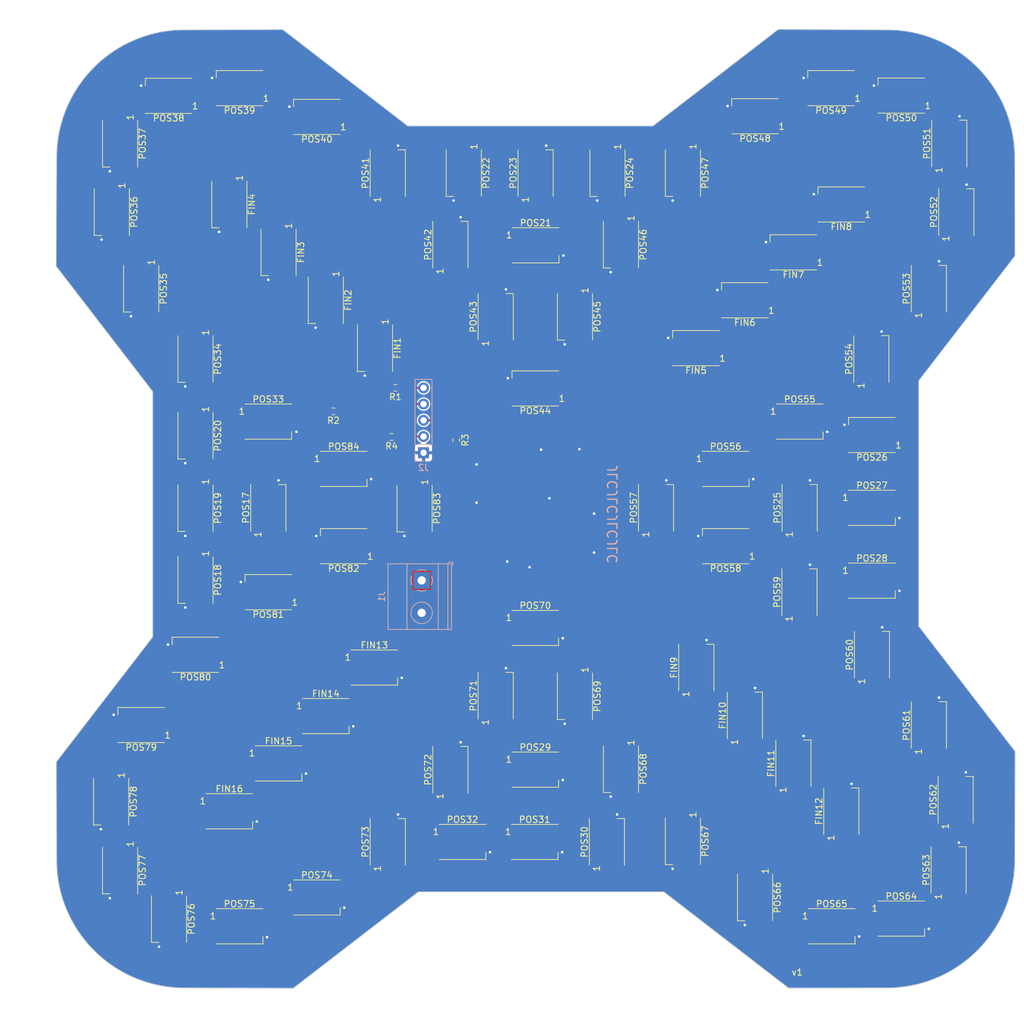
<source format=kicad_pcb>
(kicad_pcb (version 20211014) (generator pcbnew)
  (layers (0 "F.Cu" signal) (31 "B.Cu" signal) (34 "B.Paste" user) (35 "F.Paste" user) (36 "B.SilkS" user "B.Silkscreen") (37 "F.SilkS" user "F.Silkscreen") (38 "B.Mask" user) (39 "F.Mask" user) (44 "Edge.Cuts" user))
  (net 0 "")
  (net 1 "GND")
  (net 2 "VDD")
  (net 3 "/Cube (9LEDs)/Cube-LEDs")
  (net 4 "/Finish (16LEDs)/Finish-LEDs")
  (net 5 "/Start (16LEDs)/Start-LEDs")
  (net 6 "/Positions (52LEDs)/Positions-LEDs")
  (net 7 "Net-(FIN1-Pad2)")
  (net 8 "Net-(FIN2-Pad2)")
  (net 9 "Net-(FIN3-Pad2)")
  (net 10 "Net-(FIN4-Pad2)")
  (net 11 "Net-(FIN5-Pad2)")
  (net 12 "Net-(FIN6-Pad2)")
  (net 13 "Net-(FIN7-Pad2)")
  (net 14 "Net-(FIN8-Pad2)")
  (net 15 "Net-(FIN10-Pad4)")
  (net 16 "Net-(FIN10-Pad2)")
  (net 17 "Net-(FIN11-Pad2)")
  (net 18 "Net-(FIN12-Pad2)")
  (net 19 "Net-(FIN13-Pad2)")
  (net 20 "Net-(FIN14-Pad2)")
  (net 21 "Net-(FIN15-Pad2)")
  (net 23 "Net-(POS17-Pad2)")
  (net 24 "Net-(POS18-Pad2)")
  (net 25 "Net-(POS19-Pad2)")
  (net 26 "Net-(POS20-Pad2)")
  (net 27 "Net-(POS21-Pad2)")
  (net 28 "Net-(POS22-Pad2)")
  (net 29 "Net-(POS23-Pad2)")
  (net 30 "Net-(J2-Pad2)")
  (net 31 "Net-(LED2-Pad2)")
  (net 32 "Net-(LED3-Pad2)")
  (net 33 "Net-(LED4-Pad2)")
  (net 34 "Net-(J2-Pad3)")
  (net 35 "Net-(J2-Pad4)")
  (net 36 "Net-(J2-Pad5)")
  (net 37 "Net-(LED8-Pad2)")
  (net 38 "Net-(LED1-Pad2)")
  (net 39 "Net-(LED5-Pad2)")
  (net 40 "Net-(LED6-Pad2)")
  (net 41 "Net-(LED7-Pad2)")
  (net 42 "Net-(POS28-Pad2)")
  (net 43 "Net-(POS24-Pad2)")
  (net 44 "Net-(POS30-Pad2)")
  (net 46 "Net-(POS25-Pad2)")
  (net 47 "Net-(POS26-Pad2)")
  (net 48 "Net-(POS27-Pad2)")
  (net 49 "Net-(POS29-Pad2)")
  (net 50 "Net-(POS36-Pad2)")
  (net 51 "Net-(POS31-Pad2)")
  (net 52 "Net-(POS33-Pad2)")
  (net 53 "Net-(POS39-Pad2)")
  (net 54 "Net-(POS34-Pad2)")
  (net 55 "Net-(POS35-Pad2)")
  (net 56 "Net-(POS42-Pad2)")
  (net 57 "Net-(POS37-Pad2)")
  (net 58 "Net-(POS38-Pad2)")
  (net 59 "Net-(POS45-Pad2)")
  (net 60 "Net-(POS46-Pad2)")
  (net 61 "Net-(POS47-Pad2)")
  (net 62 "Net-(POS48-Pad2)")
  (net 63 "Net-(POS49-Pad2)")
  (net 64 "Net-(POS40-Pad2)")
  (net 65 "Net-(POS51-Pad2)")
  (net 66 "Net-(POS52-Pad2)")
  (net 67 "Net-(POS41-Pad2)")
  (net 68 "Net-(POS54-Pad2)")
  (net 69 "Net-(POS43-Pad2)")
  (net 70 "Net-(POS56-Pad2)")
  (net 71 "Net-(POS57-Pad2)")
  (net 72 "Net-(POS58-Pad2)")
  (net 73 "Net-(POS44-Pad2)")
  (net 74 "Net-(POS50-Pad2)")
  (net 75 "Net-(POS53-Pad2)")
  (net 76 "Net-(POS62-Pad2)")
  (net 77 "Net-(POS63-Pad2)")
  (net 78 "Net-(POS64-Pad2)")
  (net 79 "Net-(POS65-Pad2)")
  (net 80 "Net-(POS66-Pad2)")
  (net 81 "Net-(POS67-Pad2)")
  (net 82 "Net-(POS68-Pad2)")
  (net 83 "Net-(POS55-Pad2)")
  (net 84 "Net-(POS59-Pad2)")
  (net 85 "Net-(POS60-Pad2)")
  (net 86 "Net-(POS72-Pad2)")
  (net 87 "Net-(POS73-Pad2)")
  (net 88 "Net-(POS61-Pad2)")
  (net 89 "Net-(POS75-Pad2)")
  (net 90 "Net-(POS76-Pad2)")
  (net 91 "Net-(POS77-Pad2)")
  (net 92 "Net-(POS69-Pad2)")
  (net 93 "Net-(POS70-Pad2)")
  (net 94 "Net-(POS71-Pad2)")
  (net 95 "Net-(POS81-Pad2)")
  (net 96 "Net-(POS82-Pad2)")
  (net 97 "Net-(POS74-Pad2)")
  (net 100 "Net-(POS78-Pad2)")
  (net 101 "Net-(POS79-Pad2)")
  (net 102 "Net-(POS80-Pad2)")
  (net 103 "Net-(POS83-Pad2)")
  (footprint "FieldBoard_footprint:LED_WS2812B_PLCC4_5.0x5.0mm_P3.2mm" (layer "F.Cu") (at 132.399989 141.799996)
    (fp_text reference "POS32")
    (fp_text value "WS2812-4020_dual")
  )
  (footprint "FieldBoard_footprint:LED_WS2812B_PLCC4_5.0x5.0mm_P3.2mm" (layer "F.Cu") (at 196.499988 78.099996 180)
    (fp_text reference "POS26")
    (fp_text value "WS2812-4020_dual")
  )
  (footprint "FieldBoard_footprint:WS2812-mini" (layer "F.Cu") (at 137.799992 83.6 180)
    (fp_text reference "LED1" hide)
    (fp_text value "WS2812-4020_single")
  )
  (footprint "FieldBoard_footprint:LED_WS2812B_PLCC4_5.0x5.0mm_P3.2mm" (layer "F.Cu") (at 90.599997 78.199996 -90)
    (fp_text reference "POS20")
    (fp_text value "WS2812-4020_dual")
  )
  (footprint "FieldBoard_footprint:LED_WS2812B_PLCC4_5.0x5.0mm_P3.2mm" (layer "F.Cu") (at 157.2 48.3 -90)
    (fp_text reference "POS46")
    (fp_text value "WS2812-4020_dual")
  )
  (footprint "FieldBoard_footprint:LED_WS2812B_PLCC4_5.0x5.0mm_P3.2mm" (layer "F.Cu") (at 143.8 108.3)
    (fp_text reference "POS70")
    (fp_text value "WS2812-4020_dual")
  )
  (footprint "FieldBoard_footprint:LED_WS2812B_PLCC4_5.0x5.0mm_P3.2mm" (layer "F.Cu") (at 111 57 -90)
    (fp_text reference "FIN2")
    (fp_text value "WS2812-4020_dual")
  )
  (footprint "FieldBoard_footprint:LED_WS2812B_PLCC4_5.0x5.0mm_P3.2mm" (layer "F.Cu") (at 185.2 76)
    (fp_text reference "POS55")
    (fp_text value "WS2812-4020_dual")
  )
  (footprint "FieldBoard_footprint:LED_WS2812B_PLCC4_5.0x5.0mm_P3.2mm" (layer "F.Cu") (at 90.599997 89.550011 -90)
    (fp_text reference "POS19")
    (fp_text value "WS2812-4020_dual")
  )
  (footprint "FieldBoard_footprint:LED_WS2812B_PLCC4_5.0x5.0mm_P3.2mm" (layer "F.Cu") (at 208.5 146.2 90)
    (fp_text reference "POS63")
    (fp_text value "WS2812-4020_dual")
  )
  (footprint "Resistor_SMD:R_0603_1608Metric" (layer "F.Cu") (at 112.2 74.4 180)
    (fp_text reference "R2")
    (fp_text value "470R")
  )
  (footprint "FieldBoard_footprint:LED_WS2812B_PLCC4_5.0x5.0mm_P3.2mm" (layer "F.Cu") (at 86.453033 153.867677 -90)
    (fp_text reference "POS76")
    (fp_text value "WS2812-4020_dual")
  )
  (footprint "FieldBoard_footprint:LED_WS2812B_PLCC4_5.0x5.0mm_P3.2mm" (layer "F.Cu") (at 101.999999 89.499999 90)
    (fp_text reference "POS17")
    (fp_text value "WS2812-4020_dual")
  )
  (footprint "FieldBoard_footprint:LED_WS2812B_PLCC4_5.0x5.0mm_P3.2mm" (layer "F.Cu") (at 173.6 83.4)
    (fp_text reference "POS56")
    (fp_text value "WS2812-4020_dual")
  )
  (footprint "FieldBoard_footprint:LED_WS2812B_PLCC4_5.0x5.0mm_P3.2mm" (layer "F.Cu") (at 196.4 66.2 90)
    (fp_text reference "POS54")
    (fp_text value "WS2812-4020_dual")
  )
  (footprint "FieldBoard_footprint:LED_WS2812B_PLCC4_5.0x5.0mm_P3.2mm" (layer "F.Cu") (at 209.7 43.2 90)
    (fp_text reference "POS52")
    (fp_text value "WS2812-4020_dual")
  )
  (footprint "Resistor_SMD:R_0603_1608Metric" (layer "F.Cu") (at 131.4 78.9 -90)
    (fp_text reference "R3")
    (fp_text value "470R")
  )
  (footprint "FieldBoard_footprint:LED_WS2812B_PLCC4_5.0x5.0mm_P3.2mm" (layer "F.Cu") (at 143.696969 141.799996)
    (fp_text reference "POS31")
    (fp_text value "WS2812-4020_dual")
  )
  (footprint "FieldBoard_footprint:LED_WS2812B_PLCC4_5.0x5.0mm_P3.2mm" (layer "F.Cu") (at 90.599997 100.8 -90)
    (fp_text reference "POS18")
    (fp_text value "WS2812-4020_dual")
  )
  (footprint "FieldBoard_footprint:LED_WS2812B_PLCC4_5.0x5.0mm_P3.2mm" (layer "F.Cu") (at 201.1 24.967677 180)
    (fp_text reference "POS50")
    (fp_text value "WS2812-4020_dual")
  )
  (footprint "FieldBoard_footprint:WS2812-mini" (layer "F.Cu") (at 143.799992 89.608838 90)
    (fp_text reference "LED9" hide)
    (fp_text value "WS2812-4020_single")
  )
  (footprint "FieldBoard_footprint:LED_WS2812B_PLCC4_5.0x5.0mm_P3.2mm" (layer "F.Cu") (at 109.6 28.3 180)
    (fp_text reference "POS40")
    (fp_text value "WS2812-4020_dual")
  )
  (footprint "FieldBoard_footprint:LED_WS2812B_PLCC4_5.0x5.0mm_P3.2mm" (layer "F.Cu") (at 205.4 55.2 90)
    (fp_text reference "POS53")
    (fp_text value "WS2812-4020_dual")
  )
  (footprint "FieldBoard_footprint:WS2812-mini" (layer "F.Cu") (at 137.799992 95.608851)
    (fp_text reference "LED7" hide)
    (fp_text value "WS2812-4020_single")
  )
  (footprint "FieldBoard_footprint:LED_WS2812B_PLCC4_5.0x5.0mm_P3.2mm" (layer "F.Cu") (at 155.099995 37.1 -90)
    (fp_text reference "POS24")
    (fp_text value "WS2812-4020_dual")
  )
  (footprint "FieldBoard_footprint:LED_WS2812B_PLCC4_5.0x5.0mm_P3.2mm" (layer "F.Cu") (at 90.6 112.5 180)
    (fp_text reference "POS80")
    (fp_text value "WS2812-4020_dual")
  )
  (footprint "FieldBoard_footprint:LED_WS2812B_PLCC4_5.0x5.0mm_P3.2mm" (layer "F.Cu") (at 166.9 37.1 -90)
    (fp_text reference "POS47")
    (fp_text value "WS2812-4020_dual")
  )
  (footprint "FieldBoard_footprint:LED_WS2812B_PLCC4_5.0x5.0mm_P3.2mm" (layer "F.Cu") (at 154.999995 141.799996 90)
    (fp_text reference "POS30")
    (fp_text value "WS2812-4020_dual")
  )
  (footprint "FieldBoard_footprint:LED_WS2812B_PLCC4_5.0x5.0mm_P3.2mm" (layer "F.Cu") (at 191.7 42 180)
    (fp_text reference "FIN8")
    (fp_text value "WS2812-4020_dual")
  )
  (footprint "FieldBoard_footprint:LED_WS2812B_PLCC4_5.0x5.0mm_P3.2mm" (layer "F.Cu") (at 191.7 137 90)
    (fp_text reference "FIN12")
    (fp_text value "WS2812-4020_dual")
  )
  (footprint "FieldBoard_footprint:LED_WS2812B_PLCC4_5.0x5.0mm_P3.2mm" (layer "F.Cu") (at 95.9 137)
    (fp_text reference "FIN16")
    (fp_text value "WS2812-4020_dual")
  )
  (footprint "FieldBoard_footprint:LED_WS2812B_PLCC4_5.0x5.0mm_P3.2mm" (layer "F.Cu") (at 184.2 129.5 90)
    (fp_text reference "FIN11")
    (fp_text value "WS2812-4020_dual")
  )
  (footprint "FieldBoard_footprint:LED_WS2812B_PLCC4_5.0x5.0mm_P3.2mm" (layer "F.Cu") (at 196.499988 89.496976)
    (fp_text reference "POS27")
    (fp_text value "WS2812-4020_dual")
  )
  (footprint "FieldBoard_footprint:LED_WS2812B_PLCC4_5.0x5.0mm_P3.2mm" (layer "F.Cu") (at 78.8 146.267677 -90)
    (fp_text reference "POS77")
    (fp_text value "WS2812-4020_dual")
  )
  (footprint "FieldBoard_footprint:LED_WS2812B_PLCC4_5.0x5.0mm_P3.2mm" (layer "F.Cu") (at 184.2 49.5 180)
    (fp_text reference "FIN7")
    (fp_text value "WS2812-4020_dual")
  )
  (footprint "FieldBoard_footprint:LED_WS2812B_PLCC4_5.0x5.0mm_P3.2mm" (layer "F.Cu") (at 143.850004 37.1 90)
    (fp_text reference "POS23")
    (fp_text value "WS2812-4020_dual")
  )
  (footprint "FieldBoard_footprint:LED_WS2812B_PLCC4_5.0x5.0mm_P3.2mm" (layer "F.Cu") (at 150 59.6 -90)
    (fp_text reference "POS45")
    (fp_text value "WS2812-4020_dual")
  )
  (footprint "FieldBoard_footprint:LED_WS2812B_PLCC4_5.0x5.0mm_P3.2mm" (layer "F.Cu") (at 168.95 64.5 180)
    (fp_text reference "FIN5")
    (fp_text value "WS2812-4020_dual")
  )
  (footprint "FieldBoard_footprint:LED_WS2812B_PLCC4_5.0x5.0mm_P3.2mm" (layer "F.Cu") (at 130.5 130.5 90)
    (fp_text reference "POS72")
    (fp_text value "WS2812-4020_dual")
  )
  (footprint "FieldBoard_footprint:LED_WS2812B_PLCC4_5.0x5.0mm_P3.2mm" (layer "F.Cu") (at 205.399996 123.5 90)
    (fp_text reference "POS61")
    (fp_text value "WS2812-4020_dual")
  )
  (footprint "FieldBoard_footprint:LED_WS2812B_PLCC4_5.0x5.0mm_P3.2mm" (layer "F.Cu") (at 143.799992 130.482315)
    (fp_text reference "POS29")
    (fp_text value "WS2812-4020_dual")
  )
  (footprint "FieldBoard_footprint:WS2812-mini" (layer "F.Cu") (at 137.799992 89.558851 180)
    (fp_text reference "LED8" hide)
    (fp_text value "WS2812-4020_single")
  )
  (footprint "FieldBoard_footprint:LED_WS2812B_PLCC4_5.0x5.0mm_P3.2mm" (layer "F.Cu") (at 111 122.1)
    (fp_text reference "FIN14")
    (fp_text value "WS2812-4020_dual")
  )
  (footprint "FieldBoard_footprint:LED_WS2812B_PLCC4_5.0x5.0mm_P3.2mm" (layer "F.Cu") (at 178.2 28.2 180)
    (fp_text reference "POS48")
    (fp_text value "WS2812-4020_dual")
  )
  (footprint "FieldBoard_footprint:LED_WS2812B_PLCC4_5.0x5.0mm_P3.2mm" (layer "F.Cu") (at 120.7 37.1 90)
    (fp_text reference "POS41")
    (fp_text value "WS2812-4020_dual")
  )
  (footprint "FieldBoard_footprint:LED_WS2812B_PLCC4_5.0x5.0mm_P3.2mm" (layer "F.Cu") (at 103.6 49.5 -90)
    (fp_text reference "FIN3")
    (fp_text value "WS2812-4020_dual")
  )
  (footprint "FieldBoard_footprint:LED_WS2812B_PLCC4_5.0x5.0mm_P3.2mm" (layer "F.Cu") (at 101.999999 76)
    (fp_text reference "POS33")
    (fp_text value "WS2812-4020_dual")
  )
  (footprint "FieldBoard_footprint:WS2812-mini" (layer "F.Cu") (at 149.799992 83.491172 90)
    (fp_text reference "LED3" hide)
    (fp_text value "WS2812-4020_single")
  )
  (footprint "FieldBoard_footprint:LED_WS2812B_PLCC4_5.0x5.0mm_P3.2mm" (layer "F.Cu") (at 150 119 -90)
    (fp_text reference "POS69")
    (fp_text value "WS2812-4020_dual")
  )
  (footprint "FieldBoard_footprint:LED_WS2812B_PLCC4_5.0x5.0mm_P3.2mm" (layer "F.Cu") (at 113.8 83.4)
    (fp_text reference "POS84")
    (fp_text value "WS2812-4020_dual")
  )
  (footprint "FieldBoard_footprint:LED_WS2812B_PLCC4_5.0x5.0mm_P3.2mm" (layer "F.Cu") (at 82.1 123.5 180)
    (fp_text reference "POS79")
    (fp_text value "WS2812-4020_dual")
  )
  (footprint "FieldBoard_footprint:LED_WS2812B_PLCC4_5.0x5.0mm_P3.2mm" (layer "F.Cu") (at 77.4 135.5 -90)
    (fp_text reference "POS78")
    (fp_text value "WS2812-4020_dual")
  )
  (footprint "FieldBoard_footprint:LED_WS2812B_PLCC4_5.0x5.0mm_P3.2mm" (layer "F.Cu") (at 201.082322 153.8)
    (fp_text reference "POS64")
    (fp_text value "WS2812-4020_dual")
  )
  (footprint "FieldBoard_footprint:LED_WS2812B_PLCC4_5.0x5.0mm_P3.2mm" (layer "F.Cu") (at 137.6 59.6 90)
    (fp_text reference "POS43")
    (fp_text value "WS2812-4020_dual")
  )
  (footprint "FieldBoard_footprint:LED_WS2812B_PLCC4_5.0x5.0mm_P3.2mm" (layer "F.Cu") (at 143.850004 48.400005)
    (fp_text reference "POS21")
    (fp_text value "WS2812-4020_dual")
  )
  (footprint "FieldBoard_footprint:LED_WS2812B_PLCC4_5.0x5.0mm_P3.2mm" (layer "F.Cu") (at 97.5 23.8 180)
    (fp_text reference "POS39")
    (fp_text value "WS2812-4020_dual")
  )
  (footprint "FieldBoard_footprint:LED_WS2812B_PLCC4_5.0x5.0mm_P3.2mm" (layer "F.Cu") (at 118.7 64.5 -90)
    (fp_text reference "FIN1")
    (fp_text value "WS2812-4020_dual")
  )
  (footprint "FieldBoard_footprint:LED_WS2812B_PLCC4_5.0x5.0mm_P3.2mm" (layer "F.Cu") (at 95.9 42 -90)
    (fp_text reference "FIN4")
    (fp_text value "WS2812-4020_dual")
  )
  (footprint "FieldBoard_footprint:LED_WS2812B_PLCC4_5.0x5.0mm_P3.2mm" (layer "F.Cu") (at 209.6 135.2 90)
    (fp_text reference "POS62")
    (fp_text value "WS2812-4020_dual")
  )
  (footprint "FieldBoard_footprint:LED_WS2812B_PLCC4_5.0x5.0mm_P3.2mm" (layer "F.Cu") (at 120.7 141.8 90)
    (fp_text reference "POS73")
    (fp_text value "WS2812-4020_dual")
  )
  (footprint "FieldBoard_footprint:LED_WS2812B_PLCC4_5.0x5.0mm_P3.2mm" (layer "F.Cu") (at 173.6 95.5 180)
    (fp_text reference "POS58")
    (fp_text value "WS2812-4020_dual")
  )
  (footprint "FieldBoard_footprint:LED_WS2812B_PLCC4_5.0x5.0mm_P3.2mm" (layer "F.Cu") (at 137.6 118.9 90)
    (fp_text reference "POS71")
    (fp_text value "WS2812-4020_dual")
  )
  (footprint "FieldBoard_footprint:LED_WS2812B_PLCC4_5.0x5.0mm_P3.2mm" (layer "F.Cu") (at 130.5 48.3 90)
    (fp_text reference "POS42")
    (fp_text value "WS2812-4020_dual")
  )
  (footprint "FieldBoard_footprint:LED_WS2812B_PLCC4_5.0x5.0mm_P3.2mm" (layer "F.Cu") (at 178.2 150.5 -90)
    (fp_text reference "POS66")
    (fp_text value "WS2812-4020_dual")
  )
  (footprint "FieldBoard_footprint:LED_WS2812B_PLCC4_5.0x5.0mm_P3.2mm" (layer "F.Cu") (at 124.9 89.6 -90)
    (fp_text reference "POS83")
    (fp_text value "WS2812-4020_dual")
  )
  (footprint "FieldBoard_footprint:LED_WS2812B_PLCC4_5.0x5.0mm_P3.2mm" (layer "F.Cu") (at 82.1 55.2 -90)
    (fp_text reference "POS35")
    (fp_text value "WS2812-4020_dual")
  )
  (footprint "FieldBoard_footprint:LED_WS2812B_PLCC4_5.0x5.0mm_P3.2mm" (layer "F.Cu") (at 157.2 130.4 -90)
    (fp_text reference "POS68")
    (fp_text value "WS2812-4020_dual")
  )
  (footprint "FieldBoard_footprint:LED_WS2812B_PLCC4_5.0x5.0mm_P3.2mm" (layer "F.Cu") (at 208.6 32.464644 90)
    (fp_text reference "POS51")
    (fp_text value "WS2812-4020_dual")
  )
  (footprint "FieldBoard_footprint:LED_WS2812B_PLCC4_5.0x5.0mm_P3.2mm" (layer "F.Cu") (at 176.6 122 90)
    (fp_text reference "FIN10")
    (fp_text value "WS2812-4020_dual")
  )
  (footprint "FieldBoard_footprint:LED_WS2812B_PLCC4_5.0x5.0mm_P3.2mm" (layer "F.Cu") (at 86.4 25 180)
    (fp_text reference "POS38")
    (fp_text value "WS2812-4020_dual")
  )
  (footprint "FieldBoard_footprint:LED_WS2812B_PLCC4_5.0x5.0mm_P3.2mm" (layer "F.Cu") (at 90.6 66.2 -90)
    (fp_text reference "POS34")
    (fp_text value "WS2812-4020_dual")
  )
  (footprint "FieldBoard_footprint:LED_WS2812B_PLCC4_5.0x5.0mm_P3.2mm" (layer "F.Cu") (at 196.499988 112.5 90)
    (fp_text reference "POS60")
    (fp_text value "WS2812-4020_dual")
  )
  (footprint "FieldBoard_footprint:LED_WS2812B_PLCC4_5.0x5.0mm_P3.2mm" (layer "F.Cu") (at 102 102.7 180)
    (fp_text reference "POS81")
    (fp_text value "WS2812-4020_dual")
  )
  (footprint "FieldBoard_footprint:LED_WS2812B_PLCC4_5.0x5.0mm_P3.2mm" (layer "F.Cu") (at 190.2 155)
    (fp_text reference "POS65")
    (fp_text value "WS2812-4020_dual")
  )
  (footprint "Resistor_SMD:R_0603_1608Metric" (layer "F.Cu") (at 121.3 78.4 180)
    (fp_text reference "R4")
    (fp_text value "470R")
  )
  (footprint "FieldBoard_footprint:WS2812-mini" (layer "F.Cu") (at 143.799992 95.608839 -90)
    (fp_text reference "LED6" hide)
    (fp_text value "WS2812-4020_single")
  )
  (footprint "FieldBoard_footprint:LED_WS2812B_PLCC4_5.0x5.0mm_P3.2mm" (layer "F.Cu") (at 77.5 43.2 -90)
    (fp_text reference "POS36")
    (fp_text value "WS2812-4020_dual")
  )
  (footprint "FieldBoard_footprint:LED_WS2812B_PLCC4_5.0x5.0mm_P3.2mm" (layer "F.Cu") (at 103.6 129.5)
    (fp_text reference "FIN15")
    (fp_text value "WS2812-4020_dual")
  )
  (footprint "FieldBoard_footprint:LED_WS2812B_PLCC4_5.0x5.0mm_P3.2mm" (layer "F.Cu") (at 185.182332 89.499999 90)
    (fp_text reference "POS25")
    (fp_text value "WS2812-4020_dual")
  )
  (footprint "FieldBoard_footprint:LED_WS2812B_PLCC4_5.0x5.0mm_P3.2mm" (layer "F.Cu") (at 78.8 32.5 -90)
    (fp_text reference "POS37")
    (fp_text value "WS2812-4020_dual")
  )
  (footprint "FieldBoard_footprint:LED_WS2812B_PLCC4_5.0x5.0mm_P3.2mm" (layer "F.Cu") (at 97.5 155)
    (fp_text reference "POS75")
    (fp_text value "WS2812-4020_dual")
  )
  (footprint "FieldBoard_footprint:LED_WS2812B_PLCC4_5.0x5.0mm_P3.2mm" (layer "F.Cu") (at 143.8 70.8 180)
    (fp_text reference "POS44")
    (fp_text value "WS2812-4020_dual")
  )
  (footprint "FieldBoard_footprint:LED_WS2812B_PLCC4_5.0x5.0mm_P3.2mm" (layer "F.Cu") (at 118.6 114.5)
    (fp_text reference "FIN13")
    (fp_text value "WS2812-4020_dual")
  )
  (footprint "FieldBoard_footprint:LED_WS2812B_PLCC4_5.0x5.0mm_P3.2mm" (layer "F.Cu") (at 185.15 102.7 90)
    (fp_text reference "POS59")
    (fp_text value "WS2812-4020_dual")
  )
  (footprint "FieldBoard_footprint:LED_WS2812B_PLCC4_5.0x5.0mm_P3.2mm" (layer "F.Cu") (at 162.7 89.5 90)
    (fp_text reference "POS57")
    (fp_text value "WS2812-4020_dual")
  )
  (footprint "FieldBoard_footprint:LED_WS2812B_PLCC4_5.0x5.0mm_P3.2mm" (layer "F.Cu") (at 196.499988 100.900001)
    (fp_text reference "POS28")
    (fp_text value "WS2812-4020_dual")
  )
  (footprint "FieldBoard_footprint:pozadina_v3" (layer "F.Cu") (at 145.8 89.888102)
    (fp_text reference "G***" hide)
    (fp_text value "LOGO" hide)
  )
  (footprint "Resistor_SMD:R_0603_1608Metric" (layer "F.Cu") (at 121.9 70.7 180)
    (fp_text reference "R1")
    (fp_text value "470R")
  )
  (footprint "FieldBoard_footprint:LED_WS2812B_PLCC4_5.0x5.0mm_P3.2mm" (layer "F.Cu") (at 113.8 95.5 180)
    (fp_text reference "POS82")
    (fp_text value "WS2812-4020_dual")
  )
  (footprint "FieldBoard_footprint:LED_WS2812B_PLCC4_5.0x5.0mm_P3.2mm" (layer "F.Cu") (at 176.6 57 180)
    (fp_text reference "FIN6")
    (fp_text value "WS2812-4020_dual")
  )
  (footprint "FieldBoard_footprint:WS2812-mini" (layer "F.Cu") (at 149.799992 95.608851)
    (fp_text reference "LED5" hide)
    (fp_text value "WS2812-4020_single")
  )
  (footprint "FieldBoard_footprint:LED_WS2812B_PLCC4_5.0x5.0mm_P3.2mm" (layer "F.Cu") (at 169 114.5 90)
    (fp_text reference "FIN9")
    (fp_text value "WS2812-4020_dual")
  )
  (footprint "FieldBoard_footprint:WS2812-mini" (layer "F.Cu") (at 143.799992 83.60885 90)
    (fp_text reference "LED2" hide)
    (fp_text value "WS2812-4020_single")
  )
  (footprint "FieldBoard_footprint:LED_WS2812B_PLCC4_5.0x5.0mm_P3.2mm" (layer "F.Cu") (at 166.9 141.7 -90)
    (fp_text reference "POS67")
    (fp_text value "WS2812-4020_dual")
  )
  (footprint "FieldBoard_footprint:LED_WS2812B_PLCC4_5.0x5.0mm_P3.2mm" (layer "F.Cu") (at 132.599989 37.1 -90)
    (fp_text reference "POS22")
    (fp_text value "WS2812-4020_dual")
  )
  (footprint "FieldBoard_footprint:LED_WS2812B_PLCC4_5.0x5.0mm_P3.2mm" (layer "F.Cu") (at 109.6 150.5)
    (fp_text reference "POS74")
    (fp_text value "WS2812-4020_dual")
  )
  (footprint "FieldBoard_footprint:WS2812-mini" (layer "F.Cu") (at 149.799992 89.558851)
    (fp_text reference "LED4" hide)
    (fp_text value "WS2812-4020_single")
  )
  (footprint "FieldBoard_footprint:LED_WS2812B_PLCC4_5.0x5.0mm_P3.2mm" (layer "F.Cu") (at 190.1 23.8 180)
    (fp_text reference "POS49")
    (fp_text value "WS2812-4020_dual")
  )
  (footprint "TerminalBlock_Phoenix:TerminalBlock_Phoenix_MKDS-1,5-2-5.08_1x02_P5.08mm_Horizontal" (layer "B.Cu") (at 126.005 100.855 -90)
    (fp_text reference "J1")
    (fp_text value "Conn_01x02")
  )
  (footprint "Connector_PinHeader_2.54mm:PinHeader_1x05_P2.54mm_Vertical" (layer "B.Cu") (at 126.3 80.875)
    (fp_text reference "J2")
    (fp_text value "Conn_01x05_Male")
  )
  (gr_line (start 163.9 149.615728) (end 125.5 149.615728) (layer "Edge.Cuts") (width 0.1))
  (gr_line (start 183.45 164.690728) (end 198.857864 164.657864) (layer "Edge.Cuts") (width 0.1))
  (gr_line (start 203.815728 69.615728) (end 203.815728 108.015728) (layer "Edge.Cuts") (width 0.1))
  (gr_line (start 218.915728 127.615728) (end 203.815728 108.015728) (layer "Edge.Cuts") (width 0.1))
  (gr_line (start 218.890728 50.065728) (end 218.857864 34.657864) (layer "Edge.Cuts") (width 0.1))
  (gr_line (start 88.857864 164.657864) (end 105.9 164.715728) (layer "Edge.Cuts") (width 0.1))
  (gr_line (start 83.9 109.7) (end 83.9 71.3) (layer "Edge.Cuts") (width 0.1))
  (gr_arc (start 68.857864 34.657864) (mid 74.715727 20.515727) (end 88.857864 14.657864) (layer "Edge.Cuts") (width 0.1))
  (gr_line (start 68.8 51.7) (end 83.9 71.3) (layer "Edge.Cuts") (width 0.1))
  (gr_line (start 218.890728 50.065728) (end 203.815728 69.615728) (layer "Edge.Cuts") (width 0.1))
  (gr_line (start 218.857864 144.657864) (end 218.915728 127.615728) (layer "Edge.Cuts") (width 0.1))
  (gr_arc (start 218.857864 144.657864) (mid 213 158.8) (end 198.857864 164.657864) (layer "Edge.Cuts") (width 0.1))
  (gr_line (start 123.815728 29.7) (end 162.215728 29.7) (layer "Edge.Cuts") (width 0.1))
  (gr_line (start 104.265728 14.625) (end 88.857864 14.657864) (layer "Edge.Cuts") (width 0.1))
  (gr_line (start 68.857864 34.657864) (end 68.8 51.7) (layer "Edge.Cuts") (width 0.1))
  (gr_line (start 68.825 129.25) (end 83.9 109.7) (layer "Edge.Cuts") (width 0.1))
  (gr_arc (start 198.857864 14.657864) (mid 213 20.515728) (end 218.857864 34.657864) (layer "Edge.Cuts") (width 0.1))
  (gr_line (start 68.825 129.25) (end 68.857864 144.657864) (layer "Edge.Cuts") (width 0.1))
  (gr_line (start 181.815728 14.6) (end 162.215728 29.7) (layer "Edge.Cuts") (width 0.1))
  (gr_line (start 198.857864 14.657864) (end 181.815728 14.6) (layer "Edge.Cuts") (width 0.1))
  (gr_arc (start 88.857864 164.657864) (mid 74.715728 158.8) (end 68.857864 144.657864) (layer "Edge.Cuts") (width 0.1))
  (gr_line (start 105.9 164.715728) (end 125.5 149.615728) (layer "Edge.Cuts") (width 0.1))
  (gr_line (start 104.265728 14.625) (end 123.815728 29.7) (layer "Edge.Cuts") (width 0.1))
  (gr_line (start 183.45 164.690728) (end 163.9 149.615728) (layer "Edge.Cuts") (width 0.1))
  (gr_text "JLCJLCJLCJLC" (at 155.9 90.5 90) (layer "B.SilkS") (effects (font (size 1.5 1.5) (thickness 0.2)) (justify mirror)))
  (gr_text "v1" (at 184.8 162.2) (layer "F.SilkS") (effects (font (size 1 1))))
  (segment (start 146.249992 132.082315) (end 148.082315 132.082315) (width 0.762) (layer "F.Cu") (net 1))
  (segment (start 106.05 131.1) (end 107.9 131.1) (width 0.762) (layer "F.Cu") (net 1))
  (segment (start 98.35 138.6) (end 100.2 138.6) (width 0.762) (layer "F.Cu") (net 1))
  (segment (start 130.999989 39.55) (end 130.999989 41.399989) (width 0.762) (layer "F.Cu") (net 1))
  (segment (start 198.099988 110.05) (end 198.099988 108.200012) (width 0.762) (layer "F.Cu") (net 1))
  (segment (start 164.3 87.05) (end 164.3 85.2) (width 0.762) (layer "F.Cu") (net 1))
  (segment (start 206.999996 119.200004) (end 207 119.2) (width 0.762) (layer "F.Cu") (net 1))
  (segment (start 198.949988 91.096976) (end 200.796976 91.096976) (width 0.762) (layer "F.Cu") (net 1))
  (segment (start 134.61 82.71) (end 134.6 82.7) (width 0.762) (layer "F.Cu") (net 1))
  (segment (start 186.782332 85.217668) (end 186.8 85.2) (width 0.762) (layer "F.Cu") (net 1))
  (segment (start 176.05 85) (end 177.9 85) (width 0.762) (layer "F.Cu") (net 1))
  (segment (start 122.3 34.65) (end 122.3 32.8) (width 0.762) (layer "F.Cu") (net 1))
  (segment (start 99.95 156.6) (end 101.7 156.6) (width 0.762) (layer "F.Cu") (net 1))
  (segment (start 142.909992 98.790008) (end 142.9 98.8) (width 0.762) (layer "F.Cu") (net 1))
  (segment (start 156.599995 139.349996) (end 156.599995 137.500005) (width 0.762) (layer "F.Cu") (net 1))
  (segment (start 77.2 148.717677) (end 77.2 150.6) (width 0.762) (layer "F.Cu") (net 1))
  (segment (start 109.4 59.45) (end 109.4 61.3) (width 0.762) (layer "F.Cu") (net 1))
  (segment (start 132.1 45.85) (end 132.1 44) (width 0.762) (layer "F.Cu") (net 1))
  (segment (start 89 68.65) (end 89 70.5) (width 0.762) (layer "F.Cu") (net 1))
  (segment (start 139.439992 97.860008) (end 139.4 97.9) (width 0.762) (layer "F.Cu") (net 1))
  (segment (start 136.159992 82.71) (end 134.61 82.71) (width 0.762) (layer "F.Cu") (net 1))
  (segment (start 186.75 98.45) (end 186.8 98.4) (width 0.762) (layer "F.Cu") (net 1))
  (segment (start 121.05 116.1) (end 122.9 116.1) (width 0.762) (layer "F.Cu") (net 1))
  (segment (start 75.8 137.95) (end 75.8 139.8) (width 0.762) (layer "F.Cu") (net 1))
  (segment (start 84.853033 158.153033) (end 84.9 158.2) (width 0.762) (layer "F.Cu") (net 1))
  (segment (start 146.146969 143.399996) (end 147.999996 143.399996) (width 0.762) (layer "F.Cu") (net 1))
  (segment (start 181.75 47.9) (end 179.9 47.9) (width 0.762) (layer "F.Cu") (net 1))
  (segment (start 145.968838 87.968838) (end 146 88) (width 0.762) (layer "F.Cu") (net 1))
  (segment (start 94.3 44.45) (end 94.3 46.3) (width 0.762) (layer "F.Cu") (net 1))
  (segment (start 198.949988 102.500001) (end 200.8 102.5) (width 0.762) (layer "F.Cu") (net 1))
  (segment (start 139.2 57.15) (end 139.2 55.3) (width 0.762) (layer "F.Cu") (net 1))
  (segment (start 155.6 50.75) (end 155.6 52.6) (width 0.762) (layer "F.Cu") (net 1))
  (segment (start 151.439992 96.498851) (end 152.998851 96.498851) (width 0.762) (layer "F.Cu") (net 1))
  (segment (start 186.782332 87.049999) (end 186.782332 85.217668) (width 0.762) (layer "F.Cu") (net 1))
  (segment (start 155.6 132.85) (end 155.6 134.7) (width 0.762) (layer "F.Cu") (net 1))
  (segment (start 211.2 132.75) (end 211.2 130.9) (width 0.762) (layer "F.Cu") (net 1))
  (segment (start 116.25 85) (end 118.1 85) (width 0.762) (layer "F.Cu") (net 1))
  (segment (start 151.439992 90.448851) (end 152.951149 90.448851) (width 0.762) (layer "F.Cu") (net 1))
  (segment (start 192.200004 76.499996) (end 192.2 76.5) (width 0.762) (layer "F.Cu") (net 1))
  (segment (start 132.1 128.05) (end 132.1 126.2) (width 0.762) (layer "F.Cu") (net 1))
  (segment (start 112.05 152.1) (end 113.9 152.1) (width 0.762) (layer "F.Cu") (net 1))
  (segment (start 77.2 34.95) (end 77.2 36.8) (width 0.762) (layer "F.Cu") (net 1))
  (segment (start 187.65 22.2) (end 185.8 22.2) (width 0.762) (layer "F.Cu") (net 1))
  (segment (start 103.599999 87.049999) (end 103.6 85.2) (width 0.762) (layer "F.Cu") (net 1))
  (segment (start 88.999997 92.000011) (end 88.999997 93.899997) (width 0.762) (layer "F.Cu") (net 1))
  (segment (start 185.8 127.05) (end 185.8 125.2) (width 0.762) (layer "F.Cu") (net 1))
  (segment (start 198.65 23.367677) (end 196.832323 23.367677) (width 0.762) (layer "F.Cu") (net 1))
  (segment (start 95.05 22.2) (end 93.2 22.2) (width 0.762) (layer "F.Cu") (net 1))
  (segment (start 147.999996 143.399996) (end 148 143.4) (width 0.762) (layer "F.Cu") (net 1))
  (segment (start 150.689992 81.851172) (end 150.689992 80.310008) (width 0.762) (layer "F.Cu") (net 1))
  (segment (start 130.999989 41.399989) (end 131 41.4) (width 0.762) (layer "F.Cu") (net 1))
  (segment (start 145.450004 34.65) (end 145.450004 32.849996) (width 0.762) (layer "F.Cu") (net 1))
  (segment (start 153.499995 39.55) (end 153.499995 41.399995) (width 0.762) (layer "F.Cu") (net 1))
  (segment (start 145.450004 32.849996) (end 145.5 32.8) (width 0.762) (layer "F.Cu") (net 1))
  (segment (start 136.159992 88.668851) (end 134.631149 88.668851) (width 0.762) (layer "F.Cu") (net 1))
  (segment (start 146.300004 50.000005) (end 148.199995 50.000005) (width 0.762) (layer "F.Cu") (net 1))
  (segment (start 211.3 40.75) (end 211.3 38.9) (width 0.762) (layer "F.Cu") (net 1))
  (segment (start 144.689992 81.96885) (end 144.689992 80.410008) (width 0.762) (layer "F.Cu") (net 1))
  (segment (start 148.4 62.05) (end 148.4 63.9) (width 0.762) (layer "F.Cu") (net 1))
  (segment (start 136.699996 143.399996) (end 136.7 143.4) (width 0.762) (layer "F.Cu") (net 1))
  (segment (start 134.849989 143.399996) (end 136.699996 143.399996) (width 0.762) (layer "F.Cu") (net 1))
  (segment (start 148.082315 132.082315) (end 148.1 132.1) (width 0.762) (layer "F.Cu") (net 1))
  (segment (start 170.6 112.05) (end 170.6 110.2) (width 0.762) (layer "F.Cu") (net 1))
  (segment (start 171.15 93.9) (end 169.3 93.9) (width 0.762) (layer "F.Cu") (net 1))
  (segment (start 186.75 100.25) (end 186.75 98.45) (width 0.762) (layer "F.Cu") (net 1))
  (segment (start 113.45 123.7) (end 115.3 123.7) (width 0.762) (layer "F.Cu") (net 1))
  (segment (start 80.5 57.65) (end 80.5 59.5) (width 0.762) (layer "F.Cu") (net 1))
  (segment (start 83.95 23.4) (end 82.1 23.4) (width 0.762) (layer "F.Cu") (net 1))
  (segment (start 144.689992 80.410008) (end 144.7 80.4) (width 0.762) (layer "F.Cu") (net 1))
  (segment (start 148.4 121.45) (end 148.4 123.3) (width 0.762) (layer "F.Cu") (net 1))
  (segment (start 210.1 143.75) (end 210.1 141.9) (width 0.762) (layer "F.Cu") (net 1))
  (segment (start 156.599995 137.500005) (end 156.6 137.5) (width 0.762) (layer "F.Cu") (net 1))
  (segment (start 192.65 156.6) (end 194.5 156.6) (width 0.762) (layer "F.Cu") (net 1))
  (segment (start 178.2 119.55) (end 178.2 117.7) (width 0.762) (layer "F.Cu") (net 1))
  (segment (start 141.35 69.2) (end 139.5 69.2) (width 0.762) (layer "F.Cu") (net 1))
  (segment (start 139.439992 96.498851) (end 139.439992 97.860008) (width 0.762) (layer "F.Cu") (net 1))
  (segment (start 99.55 101.1) (end 97.7 101.1) (width 0.762) (layer "F.Cu") (net 1))
  (segment (start 194.049988 76.499996) (end 192.200004 76.499996) (width 0.762) (layer "F.Cu") (net 1))
  (segment (start 152.998851 96.498851) (end 153 96.5) (width 0.762) (layer "F.Cu") (net 1))
  (segment (start 79.65 121.9) (end 77.8 121.9) (width 0.762) (layer "F.Cu") (net 1))
  (segment (start 88.999997 105.099997) (end 89 105.1) (width 0.762) (layer "F.Cu") (net 1))
  (segment (start 123.3 92.05) (end 123.3 93.9) (width 0.762) (layer "F.Cu") (net 1))
  (segment (start 196.832323 23.367677) (end 196.8 23.4) (width 0.762) (layer "F.Cu") (net 1))
  (segment (start 165.3 144.15) (end 165.3 146) (width 0.762) (layer "F.Cu") (net 1))
  (segment (start 210.2 30.014644) (end 210.2 28.2) (width 0.762) (layer "F.Cu") (net 1))
  (segment (start 107.15 26.7) (end 105.3 26.7) (width 0.762) (layer "F.Cu") (net 1))
  (segment (start 88.999997 82.499997) (end 89 82.5) (width 0.762) (layer "F.Cu") (net 1))
  (segment (start 84.853033 156.317677) (end 84.853033 158.153033) (width 0.762) (layer "F.Cu") (net 1))
  (segment (start 117.1 66.95) (end 117.1 68.8) (width 0.762) (layer "F.Cu") (net 1))
  (segment (start 165.3 39.55) (end 165.3 41.4) (width 0.762) (layer "F.Cu") (net 1))
  (segment (start 175.75 26.6) (end 173.9 26.6) (width 0.762) (layer "F.Cu") (net 1))
  (segment (start 176.6 152.95) (end 176.6 154.8) (width 0.762) (layer "F.Cu") (net 1))
  (segment (start 88.999997 80.649996) (end 88.999997 82.499997) (width 0.762) (layer "F.Cu") (net 1))
  (segment (start 111.35 93.9) (end 109.5 93.9) (width 0.762) (layer "F.Cu") (net 1))
  (segment (start 174.15 55.4) (end 172.3 55.4) (width 0.762) (layer "F.Cu") (net 1))
  (segment (start 122.3 139.35) (end 122.3 137.5) (width 0.762) (layer "F.Cu") (net 1))
  (segment (start 193.3 134.55) (end 193.3 132.7) (width 0.762) (layer "F.Cu") (net 1))
  (segment (start 198.099988 108.200012) (end 198.1 108.2) (width 0.762) (layer "F.Cu") (net 1))
  (segment (start 142.909992 97.248839) (end 142.909992 98.790008) (width 0.762) (layer "F.Cu") (net 1))
  (segment (start 187.65 77.6) (end 189.5 77.6) (width 0.762) (layer "F.Cu") (net 1))
  (segment (start 88.999997 103.25) (end 88.999997 105.099997) (width 0.762) (layer "F.Cu") (net 1))
  (segment (start 198 63.75) (end 198 61.9) (width 0.762) (layer "F.Cu") (net 1))
  (segment (start 75.9 45.65) (end 75.9 47.5) (width 0.762) (layer "F.Cu") (net 1))
  (segment (start 134.631149 88.668851) (end 134.6 88.7) (width 0.762) (layer "F.Cu") (net 1))
  (segment (start 166.5 62.9) (end 164.6 62.9) (width 0.762) (layer "F.Cu") (net 1))
  (segment (start 144.689992 87.968838) (end 145.968838 87.968838) (width 0.762) (layer "F.Cu") (net 1))
  (segment (start 139.2 116.45) (end 139.2 114.6) (width 0.762) (layer "F.Cu") (net 1))
  (segment (start 207 52.75) (end 207 50.9) (width 0.762) (layer "F.Cu") (net 1))
  (segment (start 152.951149 90.448851) (end 153 90.4) (width 0.762) (layer "F.Cu") (net 1))
  (segment (start 88.15 110.9) (end 86.3 110.9) (width 0.762) (layer "F.Cu") (net 1))
  (segment (start 150.689992 80.310008) (end 150.7 80.3) (width 0.762) (layer "F.Cu") (net 1))
  (segment (start 189.25 40.4) (end 187.4 40.4) (width 0.762) (layer "F.Cu") (net 1))
  (segment (start 200.796976 91.096976) (end 200.8 91.1) (width 0.762) (layer "F.Cu") (net 1))
  (segment (start 153.499995 41.399995) (end 153.5 41.4) (width 0.762) (layer "F.Cu") (net 1))
  (segment (start 146.25 109.9) (end 148.1 109.9) (width 0.762) (layer "F.Cu") (net 1))
  (segment (start 101.7 156.6) (end 101.8 156.7) (width 0.762) (layer "F.Cu") (net 1))
  (segment (start 88.999997 93.899997) (end 89 93.9) (width 0.762) (layer "F.Cu") (net 1))
  (segment (start 102 51.95) (end 102 53.8) (width 0.762) (layer "F.Cu") (net 1))
  (segment (start 206.999996 121.05) (end 206.999996 119.200004) (width 0.762) (layer "F.Cu") (net 1))
  (segment (start 104.449999 77.6) (end 106.4 77.6) (width 0.762) (layer "F.Cu") (net 1))
  (segment (start 203.532322 155.4) (end 205.4 155.4) (width 0.762) (layer "F.Cu") (net 1))
  (segment (start 148.199995 50.000005) (end 148.2 50) (width 0.762) (layer "F.Cu") (net 1))
  (via (at 194.5 156.6) (size 0.8) (drill 0.4) (layers "F.Cu" "B.Cu") (net 1))
  (via (at 187.4 40.4) (size 0.8) (drill 0.4) (layers "F.Cu" "B.Cu") (net 1))
  (via (at 192.2 76.5) (size 0.8) (drill 0.4) (layers "F.Cu" "B.Cu") (net 1))
  (via (at 164.3 85.2) (size 0.8) (drill 0.4) (layers "F.Cu" "B.Cu") (net 1))
  (via (at 177.9 85) (size 0.8) (drill 0.4) (layers "F.Cu" "B.Cu") (net 1))
  (via (at 172.3 55.4) (size 0.8) (drill 0.4) (layers "F.Cu" "B.Cu") (net 1))
  (via (at 118.1 85) (size 0.8) (drill 0.4) (layers "F.Cu" "B.Cu") (net 1))
  (via (at 131 41.4) (size 0.8) (drill 0.4) (layers "F.Cu" "B.Cu") (net 1))
  (via (at 109.5 93.9) (size 0.8) (drill 0.4) (layers "F.Cu" "B.Cu") (net 1))
  (via (at 86.3 110.9) (size 0.8) (drill 0.4) (layers "F.Cu" "B.Cu") (net 1))
  (via (at 148.1 132.1) (size 0.8) (drill 0.4) (layers "F.Cu" "B.Cu") (net 1))
  (via (at 155.6 52.6) (size 0.8) (drill 0.4) (layers "F.Cu" "B.Cu") (net 1))
  (via (at 144.7 80.4) (size 0.8) (drill 0.4) (layers "F.Cu" "B.Cu") (net 1))
  (via (at 142.9 98.8) (size 0.8) (drill 0.4) (layers "F.Cu" "B.Cu") (net 1))
  (via (at 94.3 46.3) (size 0.8) (drill 0.4) (layers "F.Cu" "B.Cu") (net 1))
  (via (at 189.5 77.6) (size 0.8) (drill 0.4) (layers "F.Cu" "B.Cu") (net 1))
  (via (at 123.3 93.9) (size 0.8) (drill 0.4) (layers "F.Cu" "B.Cu") (net 1))
  (via (at 84.9 158.2) (size 0.8) (drill 0.4) (layers "F.Cu" "B.Cu") (net 1))
  (via (at 89 105.1) (size 0.8) (drill 0.4) (layers "F.Cu" "B.Cu") (net 1))
  (via (at 205.4 155.4) (size 0.8) (drill 0.4) (layers "F.Cu" "B.Cu") (net 1))
  (via (at 156.6 137.5) (size 0.8) (drill 0.4) (layers "F.Cu" "B.Cu") (net 1))
  (via (at 109.4 61.3) (size 0.8) (drill 0.4) (layers "F.Cu" "B.Cu") (net 1))
  (via (at 193.3 132.7) (size 0.8) (drill 0.4) (layers "F.Cu" "B.Cu") (net 1))
  (via (at 207 119.2) (size 0.8) (drill 0.4) (layers "F.Cu" "B.Cu") (net 1))
  (via (at 179.9 47.9) (size 0.8) (drill 0.4) (layers "F.Cu" "B.Cu") (net 1))
  (via (at 165.3 146) (size 0.8) (drill 0.4) (layers "F.Cu" "B.Cu") (net 1))
  (via (at 145.5 32.8) (size 0.8) (drill 0.4) (layers "F.Cu" "B.Cu") (net 1))
  (via (at 89 82.5) (size 0.8) (drill 0.4) (layers "F.Cu" "B.Cu") (net 1))
  (via (at 148.1 109.9) (size 0.8) (drill 0.4) (layers "F.Cu" "B.Cu") (net 1))
  (via (at 139.4 97.9) (size 0.8) (drill 0.4) (layers "F.Cu" "B.Cu") (net 1))
  (via (at 93.2 22.2) (size 0.8) (drill 0.4) (layers "F.Cu" "B.Cu") (net 1))
  (via (at 106.4 77.6) (size 0.8) (drill 0.4) (layers "F.Cu" "B.Cu") (net 1))
  (via (at 80.5 59.5) (size 0.8) (drill 0.4) (layers "F.Cu" "B.Cu") (net 1))
  (via (at 200.8 91.1) (size 0.8) (drill 0.4) (layers "F.Cu" "B.Cu") (net 1))
  (via (at 185.8 125.2) (size 0.8) (drill 0.4) (layers "F.Cu" "B.Cu") (net 1))
  (via (at 139.5 69.2) (size 0.8) (drill 0.4) (layers "F.Cu" "B.Cu") (net 1))
  (via (at 82.1 23.4) (size 0.8) (drill 0.4) (layers "F.Cu" "B.Cu") (net 1))
  (via (at 136.7 143.4) (size 0.8) (drill 0.4) (layers "F.Cu" "B.Cu") (net 1))
  (via (at 198 61.9) (size 0.8) (drill 0.4) (layers "F.Cu" "B.Cu") (net 1))
  (via (at 186.8 85.2) (size 0.8) (drill 0.4) (layers "F.Cu" "B.Cu") (net 1))
  (via (at 102 53.8) (size 0.8) (drill 0.4) (layers "F.Cu" "B.Cu") (net 1))
  (via (at 132.1 126.2) (size 0.8) (drill 0.4) (layers "F.Cu" "B.Cu") (net 1))
  (via (at 139.2 55.3) (size 0.8) (drill 0.4) (layers "F.Cu" "B.Cu") (net 1))
  (via (at 75.8 139.8) (size 0.8) (drill 0.4) (layers "F.Cu" "B.Cu") (net 1))
  (via (at 198.1 108.2) (size 0.8) (drill 0.4) (layers "F.Cu" "B.Cu") (net 1))
  (via (at 153.5 41.4) (size 0.8) (drill 0.4) (layers "F.Cu" "B.Cu") (net 1))
  (via (at 170.6 110.2) (size 0.8) (drill 0.4) (layers "F.Cu" "B.Cu") (net 1))
  (via (at 148 143.4) (size 0.8) (drill 0.4) (layers "F.Cu" "B.Cu") (net 1))
  (via (at 186.8 98.4) (size 0.8) (drill 0.4) (layers "F.Cu" "B.Cu") (net 1))
  (via (at 210.1 141.9) (size 0.8) (drill 0.4) (layers "F.Cu" "B.Cu") (net 1))
  (via (at 139.2 114.6) (size 0.8) (drill 0.4) (layers "F.Cu" "B.Cu") (net 1))
  (via (at 211.2 130.9) (size 0.8) (drill 0.4) (layers "F.Cu" "B.Cu") (net 1))
  (via (at 148.2 50) (size 0.8) (drill 0.4) (layers "F.Cu" "B.Cu") (net 1))
  (via (at 134.6 82.7) (size 0.8) (drill 0.4) (layers "F.Cu" "B.Cu") (net 1))
  (via (at 185.8 22.2) (size 0.8) (drill 0.4) (layers "F.Cu" "B.Cu") (net 1))
  (via (at 105.3 26.7) (size 0.8) (drill 0.4) (layers "F.Cu" "B.Cu") (net 1))
  (via (at 176.6 154.8) (size 0.8) (drill 0.4) (layers "F.Cu" "B.Cu") (net 1))
  (via (at 107.9 131.1) (size 0.8) (drill 0.4) (layers "F.Cu" "B.Cu") (net 1))
  (via (at 115.3 123.7) (size 0.8) (drill 0.4) (layers "F.Cu" "B.Cu") (net 1))
  (via (at 153 96.5) (size 0.8) (drill 0.4) (layers "F.Cu" "B.Cu") (net 1))
  (via (at 75.9 47.5) (size 0.8) (drill 0.4) (layers "F.Cu" "B.Cu") (net 1))
  (via (at 146 88) (size 0.8) (drill 0.4) (layers "F.Cu" "B.Cu") (net 1))
  (via (at 122.3 137.5) (size 0.8) (drill 0.4) (layers "F.Cu" "B.Cu") (net 1))
  (via (at 77.8 121.9) (size 0.8) (drill 0.4) (layers "F.Cu" "B.Cu") (net 1))
  (via (at 169.3 93.9) (size 0.8) (drill 0.4) (layers "F.Cu" "B.Cu") (net 1))
  (via (at 77.2 36.8) (size 0.8) (drill 0.4) (layers "F.Cu" "B.Cu") (net 1))
  (via (at 101.8 156.7) (size 0.8) (drill 0.4) (layers "F.Cu" "B.Cu") (net 1))
  (via (at 200.8 102.5) (size 0.8) (drill 0.4) (layers "F.Cu" "B.Cu") (net 1))
  (via (at 134.6 88.7) (size 0.8) (drill 0.4) (layers "F.Cu" "B.Cu") (net 1))
  (via (at 165.3 41.4) (size 0.8) (drill 0.4) (layers "F.Cu" "B.Cu") (net 1))
  (via (at 150.7 80.3) (size 0.8) (drill 0.4) (layers "F.Cu" "B.Cu") (net 1))
  (via (at 173.9 26.6) (size 0.8) (drill 0.4) (layers "F.Cu" "B.Cu") (net 1))
  (via (at 164.6 62.9) (size 0.8) (drill 0.4) (layers "F.Cu" "B.Cu") (net 1))
  (via (at 100.2 138.6) (size 0.8) (drill 0.4) (layers "F.Cu" "B.Cu") (net 1))
  (via (at 207 50.9) (size 0.8) (drill 0.4) (layers "F.Cu" "B.Cu") (net 1))
  (via (at 178.2 117.7) (size 0.8) (drill 0.4) (layers "F.Cu" "B.Cu") (net 1))
  (via (at 155.6 134.7) (size 0.8) (drill 0.4) (layers "F.Cu" "B.Cu") (net 1))
  (via (at 77.2 150.6) (size 0.8) (drill 0.4) (layers "F.Cu" "B.Cu") (net 1))
  (via (at 89 70.5) (size 0.8) (drill 0.4) (layers "F.Cu" "B.Cu") (net 1))
  (via (at 89 93.9) (size 0.8) (drill 0.4) (layers "F.Cu" "B.Cu") (net 1))
  (via (at 103.6 85.2) (size 0.8) (drill 0.4) (layers "F.Cu" "B.Cu") (net 1))
  (via (at 117.1 68.8) (size 0.8) (drill 0.4) (layers "F.Cu" "B.Cu") (net 1))
  (via (at 113.9 152.1) (size 0.8) (drill 0.4) (layers "F.Cu" "B.Cu") (net 1))
  (via (at 122.3 32.8) (size 0.8) (drill 0.4) (layers "F.Cu" "B.Cu") (net 1))
  (via (at 132.1 44) (size 0.8) (drill 0.4) (layers "F.Cu" "B.Cu") (net 1))
  (via (at 148.4 63.9) (size 0.8) (drill 0.4) (layers "F.Cu" "B.Cu") (net 1))
  (via (at 148.4 123.3) (size 0.8) (drill 0.4) (layers "F.Cu" "B.Cu") (net 1))
  (via (at 211.3 38.9) (size 0.8) (drill 0.4) (layers "F.Cu" "B.Cu") (net 1))
  (via (at 153 90.4) (size 0.8) (drill 0.4) (layers "F.Cu" "B.Cu") (net 1))
  (via (at 210.2 28.2) (size 0.8) (drill 0.4) (layers "F.Cu" "B.Cu") (net 1))
  (via (at 97.7 101.1) (size 0.8) (drill 0.4) (layers "F.Cu" "B.Cu") (net 1))
  (via (at 122.9 116.1) (size 0.8) (drill 0.4) (layers "F.Cu" "B.Cu") (net 1))
  (via (at 196.8 23.4) (size 0.8) (drill 0.4) (layers "F.Cu" "B.Cu") (net 1))
  (segment (start 131.4 81.9) (end 133.99 84.49) (width 0.3556) (layer "F.Cu") (net 3))
  (segment (start 131.4 79.725) (end 131.4 81.9) (width 0.3556) (layer "F.Cu") (net 3))
  (segment (start 136.159992 84.49) (end 133.99 84.49) (width 0.3556) (layer "F.Cu") (net 3))
  (segment (start 121.075 69.375) (end 120.3 68.6) (width 0.3556) (layer "F.Cu") (net 4))
  (segment (start 120.3 68.6) (end 120.3 66.95) (width 0.3556) (layer "F.Cu") (net 4))
  (segment (start 121.075 70.7) (end 121.075 69.375) (width 0.3556) (layer "F.Cu") (net 4))
  (segment (start 107.8 78.4) (end 120.475 78.4) (width 0.3556) (layer "F.Cu") (net 5))
  (segment (start 100.399999 85.800001) (end 107.8 78.4) (width 0.3556) (layer "F.Cu") (net 5))
  (segment (start 100.399999 87.049999) (end 100.399999 85.800001) (width 0.3556) (layer "F.Cu") (net 5))
  (segment (start 104.449999 74.4) (end 111.375 74.4) (width 0.3556) (layer "F.Cu") (net 6))
  (segment (start 117.1 62.05) (end 113.85 62.05) (width 0.3556) (layer "F.Cu") (net 7))
  (segment (start 112.6 60.8) (end 112.6 59.45) (width 0.3556) (layer "F.Cu") (net 7))
  (segment (start 113.85 62.05) (end 112.6 60.8) (width 0.3556) (layer "F.Cu") (net 7))
  (segment (start 105.2 53.7) (end 105.2 51.95) (width 0.3556) (layer "F.Cu") (net 8))
  (segment (start 106.05 54.55) (end 105.2 53.7) (width 0.3556) (layer "F.Cu") (net 8))
  (segment (start 109.4 54.55) (end 106.05 54.55) (width 0.3556) (layer "F.Cu") (net 8))
  (segment (start 97.5 46) (end 97.5 44.45) (width 0.3556) (layer "F.Cu") (net 9))
  (segment (start 98.55 47.05) (end 97.5 46) (width 0.3556) (layer "F.Cu") (net 9))
  (segment (start 102 47.05) (end 98.55 47.05) (width 0.3556) (layer "F.Cu") (net 9))
  (segment (start 138.5 76.3) (end 131 68.8) (width 0.3556) (layer "F.Cu") (net 10))
  (segment (start 104 35.3) (end 96.3 35.3) (width 0.3556) (layer "F.Cu") (net 10))
  (segment (start 131 68.8) (end 131 62.3) (width 0.3556) (layer "F.Cu") (net 10))
  (segment (start 94.3 37.3) (end 94.3 39.55) (width 0.3556) (layer "F.Cu") (net 10))
  (segment (start 166.5 66.1) (end 161.8 66.1) (width 0.3556) (layer "F.Cu") (net 10))
  (segment (start 161.8 66.1) (end 151.6 76.3) (width 0.3556) (layer "F.Cu") (net 10))
  (segment (start 131 62.3) (end 104 35.3) (width 0.3556) (layer "F.Cu") (net 10))
  (segment (start 96.3 35.3) (end 94.3 37.3) (width 0.3556) (layer "F.Cu") (net 10))
  (segment (start 151.6 76.3) (end 138.5 76.3) (width 0.3556) (layer "F.Cu") (net 10))
  (segment (start 174.15 58.6) (end 172.6 58.6) (width 0.3556) (layer "F.Cu") (net 11))
  (segment (start 172.6 58.6) (end 171.4 59.8) (width 0.3556) (layer "F.Cu") (net 11))
  (segment (start 171.4 59.8) (end 171.4 62.9) (width 0.3556) (layer "F.Cu") (net 11))
  (segment (start 179.8 51.1) (end 179.05 51.85) (width 0.3556) (layer "F.Cu") (net 12))
  (segment (start 179.05 51.85) (end 179.05 55.4) (width 0.3556) (layer "F.Cu") (net 12))
  (segment (start 181.75 51.1) (end 179.8 51.1) (width 0.3556) (layer "F.Cu") (net 12))
  (segment (start 186.65 45.15) (end 186.65 47.9) (width 0.3556) (layer "F.Cu") (net 13))
  (segment (start 189.25 43.6) (end 188.2 43.6) (width 0.3556) (layer "F.Cu") (net 13))
  (segment (start 188.2 43.6) (end 186.65 45.15) (width 0.3556) (layer "F.Cu") (net 13))
  (segment (start 155.7 96.9) (end 167.4 108.6) (width 0.3556) (layer "F.Cu") (net 14))
  (segment (start 198.2 48.9) (end 172.95 74.15) (width 0.3556) (layer "F.Cu") (net 14))
  (segment (start 198.2 41.5) (end 198.2 48.9) (width 0.3556) (layer "F.Cu") (net 14))
  (segment (start 172.95 74.15) (end 165.55 74.15) (width 0.3556) (layer "F.Cu") (net 14))
  (segment (start 167.4 108.6) (end 167.4 112.05) (width 0.3556) (layer "F.Cu") (net 14))
  (segment (start 165.55 74.15) (end 155.7 84) (width 0.3556) (layer "F.Cu") (net 14))
  (segment (start 194.15 40.4) (end 197.1 40.4) (width 0.3556) (layer "F.Cu") (net 14))
  (segment (start 155.7 84) (end 155.7 96.9) (width 0.3556) (layer "F.Cu") (net 14))
  (segment (start 197.1 40.4) (end 198.2 41.5) (width 0.3556) (layer "F.Cu") (net 14))
  (segment (start 170.6 118.4) (end 170.6 116.95) (width 0.3556) (layer "F.Cu") (net 15))
  (segment (start 175 119.55) (end 171.75 119.55) (width 0.3556) (layer "F.Cu") (net 15))
  (segment (start 171.75 119.55) (end 170.6 118.4) (width 0.3556) (layer "F.Cu") (net 15))
  (segment (start 178.2 125.9) (end 178.2 124.45) (width 0.3556) (layer "F.Cu") (net 16))
  (segment (start 179.35 127.05) (end 178.2 125.9) (width 0.3556) (layer "F.Cu") (net 16))
  (segment (start 182.6 127.05) (end 179.35 127.05) (width 0.3556) (layer "F.Cu") (net 16))
  (segment (start 190.1 134.55) (end 186.65 134.55) (width 0.3556) (layer "F.Cu") (net 17))
  (segment (start 186.65 134.55) (end 185.8 133.7) (width 0.3556) (layer "F.Cu") (net 17))
  (segment (start 185.8 133.7) (end 185.8 131.95) (width 0.3556) (layer "F.Cu") (net 17))
  (segment (start 137.8 102) (end 150.5 102) (width 0.3556) (layer "F.Cu") (net 18))
  (segment (start 184.5 144) (end 192.2 144) (width 0.3556) (layer "F.Cu") (net 18))
  (segment (start 193.3 142.9) (end 193.3 139.45) (width 0.3556) (layer "F.Cu") (net 18))
  (segment (start 126.9 112.9) (end 137.8 102) (width 0.3556) (layer "F.Cu") (net 18))
  (segment (start 159.2 118.7) (end 184.5 144) (width 0.3556) (layer "F.Cu") (net 18))
  (segment (start 150.5 102) (end 159.2 110.7) (width 0.3556) (layer "F.Cu") (net 18))
  (segment (start 159.2 110.7) (end 159.2 118.7) (width 0.3556) (layer "F.Cu") (net 18))
  (segment (start 121.05 112.9) (end 126.9 112.9) (width 0.3556) (layer "F.Cu") (net 18))
  (segment (start 192.2 144) (end 193.3 142.9) (width 0.3556) (layer "F.Cu") (net 18))
  (segment (start 116.15 116.1) (end 116.15 119.45) (width 0.3556) (layer "F.Cu") (net 19))
  (segment (start 116.15 119.45) (end 115.1 120.5) (width 0.3556) (layer "F.Cu") (net 19))
  (segment (start 115.1 120.5) (end 113.45 120.5) (width 0.3556) (layer "F.Cu") (net 19))
  (segment (start 108.55 123.7) (end 108.55 126.85) (width 0.3556) (layer "F.Cu") (net 20))
  (segment (start 107.5 127.9) (end 106.05 127.9) (width 0.3556) (layer "F.Cu") (net 20))
  (segment (start 108.55 126.85) (end 107.5 127.9) (width 0.3556) (layer "F.Cu") (net 20))
  (segment (start 101.15 134.15) (end 99.9 135.4) (width 0.3556) (layer "F.Cu") (net 21))
  (segment (start 99.9 135.4) (end 98.35 135.4) (width 0.3556) (layer "F.Cu") (net 21))
  (segment (start 101.15 131.1) (end 101.15 134.15) (width 0.3556) (layer "F.Cu") (net 21))
  (segment (start 103.599999 91.949999) (end 103.599999 93.900001) (width 0.3556) (layer "F.Cu") (net 23))
  (segment (start 103.599999 93.900001) (end 101.7 95.8) (width 0.3556) (layer "F.Cu") (net 23))
  (segment (start 92.199997 102.100003) (end 92.199997 103.25) (width 0.3556) (layer "F.Cu") (net 23))
  (segment (start 101.7 95.8) (end 98.5 95.8) (width 0.3556) (layer "F.Cu") (net 23))
  (segment (start 98.5 95.8) (end 92.199997 102.100003) (width 0.3556) (layer "F.Cu") (net 23))
  (segment (start 92.199997 92.000011) (end 92.199997 93.300003) (width 0.3556) (layer "F.Cu") (net 24))
  (segment (start 88.999997 96.500003) (end 88.999997 98.35) (width 0.3556) (layer "F.Cu") (net 24))
  (segment (start 92.199997 93.300003) (end 88.999997 96.500003) (width 0.3556) (layer "F.Cu") (net 24))
  (segment (start 88.999997 85.800003) (end 92.199997 82.600003) (width 0.3556) (layer "F.Cu") (net 25))
  (segment (start 88.999997 87.100011) (end 88.999997 85.800003) (width 0.3556) (layer "F.Cu") (net 25))
  (segment (start 92.199997 82.600003) (end 92.199997 80.649996) (width 0.3556) (layer "F.Cu") (net 25))
  (segment (start 123.7 30.9) (end 126.7 33.9) (width 0.3556) (layer "F.Cu") (net 26))
  (segment (start 82 19.1) (end 106 19.1) (width 0.3556) (layer "F.Cu") (net 26))
  (segment (start 129.1 42.6) (end 133.3 42.6) (width 0.3556) (layer "F.Cu") (net 26))
  (segment (start 143.8 50.8) (end 143.8 47.7) (width 0.3556) (layer "F.Cu") (net 26))
  (segment (start 73 28.1) (end 82 19.1) (width 0.3556) (layer "F.Cu") (net 26))
  (segment (start 121.1 30.9) (end 123.7 30.9) (width 0.3556) (layer "F.Cu") (net 26))
  (segment (start 106 19.1) (end 110.7 23.8) (width 0.3556) (layer "F.Cu") (net 26))
  (segment (start 73 54.6) (end 73 28.1) (width 0.3556) (layer "F.Cu") (net 26))
  (segment (start 110.7 23.8) (end 114 23.8) (width 0.3556) (layer "F.Cu") (net 26))
  (segment (start 141.8 52.8) (end 143.8 50.8) (width 0.3556) (layer "F.Cu") (net 26))
  (segment (start 143.8 47.7) (end 144.699995 46.800005) (width 0.3556) (layer "F.Cu") (net 26))
  (segment (start 84.6 69.1) (end 84.6 66.2) (width 0.3556) (layer "F.Cu") (net 26))
  (segment (start 135.2 49.4) (end 138.6 52.8) (width 0.3556) (layer "F.Cu") (net 26))
  (segment (start 114 23.8) (end 121.1 30.9) (width 0.3556) (layer "F.Cu") (net 26))
  (segment (start 138.6 52.8) (end 141.8 52.8) (width 0.3556) (layer "F.Cu") (net 26))
  (segment (start 144.699995 46.800005) (end 146.300004 46.800005) (width 0.3556) (layer "F.Cu") (net 26))
  (segment (start 135.2 44.5) (end 135.2 49.4) (width 0.3556) (layer "F.Cu") (net 26))
  (segment (start 126.7 33.9) (end 126.7 40.2) (width 0.3556) (layer "F.Cu") (net 26))
  (segment (start 133.3 42.6) (end 135.2 44.5) (width 0.3556) (layer "F.Cu") (net 26))
  (segment (start 126.7 40.2) (end 129.1 42.6) (width 0.3556) (layer "F.Cu") (net 26))
  (segment (start 84.6 66.2) (end 73 54.6) (width 0.3556) (layer "F.Cu") (net 26))
  (segment (start 88.999997 73.499997) (end 84.6 69.1) (width 0.3556) (layer "F.Cu") (net 26))
  (segment (start 88.999997 75.749996) (end 88.999997 73.499997) (width 0.3556) (layer "F.Cu") (net 26))
  (segment (start 139.100005 50.000005) (end 141.400004 50.000005) (width 0.3556) (layer "F.Cu") (net 27))
  (segment (start 137.4 44) (end 137.4 48.3) (width 0.3556) (layer "F.Cu") (net 27))
  (segment (start 137.4 48.3) (end 139.100005 50.000005) (width 0.3556) (layer "F.Cu") (net 27))
  (segment (start 134.199989 39.55) (end 134.199989 40.799989) (width 0.3556) (layer "F.Cu") (net 27))
  (segment (start 134.199989 40.799989) (end 137.4 44) (width 0.3556) (layer "F.Cu") (net 27))
  (segment (start 141 31.9) (end 142.250004 33.150004) (width 0.3556) (layer "F.Cu") (net 28))
  (segment (start 132.4 31.9) (end 141 31.9) (width 0.3556) (layer "F.Cu") (net 28))
  (segment (start 130.999989 34.65) (end 130.999989 33.300011) (width 0.3556) (layer "F.Cu") (net 28))
  (segment (start 142.250004 33.150004) (end 142.250004 34.65) (width 0.3556) (layer "F.Cu") (net 28))
  (segment (start 130.999989 33.300011) (end 132.4 31.9) (width 0.3556) (layer "F.Cu") (net 28))
  (segment (start 155.4 43.1) (end 147 43.1) (width 0.3556) (layer "F.Cu") (net 29))
  (segment (start 145.450004 41.550004) (end 145.450004 39.55) (width 0.3556) (layer "F.Cu") (net 29))
  (segment (start 156.699995 41.800005) (end 155.4 43.1) (width 0.3556) (layer "F.Cu") (net 29))
  (segment (start 156.699995 39.55) (end 156.699995 41.800005) (width 0.3556) (layer "F.Cu") (net 29))
  (segment (start 147 43.1) (end 145.450004 41.550004) (width 0.3556) (layer "F.Cu") (net 29))
  (segment (start 126.3 78.335) (end 122.19 78.335) (width 0.3556) (layer "F.Cu") (net 30))
  (segment (start 122.19 78.335) (end 122.125 78.4) (width 0.3556) (layer "F.Cu") (net 30))
  (segment (start 148.909992 81.851172) (end 148.048828 81.851172) (width 0.3556) (layer "F.Cu") (net 31))
  (segment (start 146.05115 85.24885) (end 146.8 84.5) (width 0.3556) (layer "F.Cu") (net 31))
  (segment (start 148.048828 81.851172) (end 146.8 83.1) (width 0.3556) (layer "F.Cu") (net 31))
  (segment (start 144.689992 85.24885) (end 146.05115 85.24885) (width 0.3556) (layer "F.Cu") (net 31))
  (segment (start 146.8 84.5) (end 146.8 83.1) (width 0.3556) (layer "F.Cu") (net 31))
  (segment (start 150.689992 85.131172) (end 150.689992 86.789992) (width 0.3556) (layer "F.Cu") (net 32))
  (segment (start 150.689992 86.789992) (end 151.439992 87.539992) (width 0.3556) (layer "F.Cu") (net 32))
  (segment (start 151.439992 87.539992) (end 151.439992 88.668851) (width 0.3556) (layer "F.Cu") (net 32))
  (segment (start 148.159992 90.448851) (end 148.159992 91.759992) (width 0.3556) (layer "F.Cu") (net 33))
  (segment (start 150.6 92.6) (end 151.439992 93.439992) (width 0.3556) (layer "F.Cu") (net 33))
  (segment (start 148.159992 91.759992) (end 149 92.6) (width 0.3556) (layer "F.Cu") (net 33))
  (segment (start 149 92.6) (end 150.6 92.6) (width 0.3556) (layer "F.Cu") (net 33))
  (segment (start 151.439992 93.439992) (end 151.439992 94.718851) (width 0.3556) (layer "F.Cu") (net 33))
  (segment (start 131.4 77) (end 131.4 78.075) (width 0.3556) (layer "F.Cu") (net 34))
  (segment (start 130.195 75.795) (end 131.4 77) (width 0.3556) (layer "F.Cu") (net 34))
  (segment (start 126.3 75.795) (end 130.195 75.795) (width 0.3556) (layer "F.Cu") (net 34))
  (segment (start 121.6 74.4) (end 113.025 74.4) (width 0.3556) (layer "F.Cu") (net 35))
  (segment (start 126.3 73.255) (end 122.745 73.255) (width 0.3556) (layer "F.Cu") (net 35))
  (segment (start 122.745 73.255) (end 121.6 74.4) (width 0.3556) (layer "F.Cu") (net 35))
  (segment (start 122.725 70.7) (end 122.74 70.715) (width 0.3556) (layer "F.Cu") (net 36))
  (segment (start 122.74 70.715) (end 126.3 70.715) (width 0.3556) (layer "F.Cu") (net 36))
  (segment (start 140.631149 88.668851) (end 141.331162 87.968838) (width 0.3556) (layer "F.Cu") (net 37))
  (segment (start 139.439992 88.668851) (end 140.631149 88.668851) (width 0.3556) (layer "F.Cu") (net 37))
  (segment (start 141.331162 87.968838) (end 142.909992 87.968838) (width 0.3556) (layer "F.Cu") (net 37))
  (segment (start 139.439992 82.71) (end 140.79 82.71) (width 0.3556) (layer "F.Cu") (net 38))
  (segment (start 140.79 82.71) (end 141.53115 81.96885) (width 0.3556) (layer "F.Cu") (net 38))
  (segment (start 141.53115 81.96885) (end 142.909992 81.96885) (width 0.3556) (layer "F.Cu") (net 38))
  (segment (start 146.251161 97.248839) (end 144.689992 97.248839) (width 0.3556) (layer "F.Cu") (net 39))
  (segment (start 148.159992 96.498851) (end 147.001149 96.498851) (width 0.3556) (layer "F.Cu") (net 39))
  (segment (start 147.001149 96.498851) (end 146.251161 97.248839) (width 0.3556) (layer "F.Cu") (net 39))
  (segment (start 142.909992 93.968839) (end 141.731161 93.968839) (width 0.3556) (layer "F.Cu") (net 40))
  (segment (start 140.981149 94.718851) (end 139.439992 94.718851) (width 0.3556) (layer "F.Cu") (net 40))
  (segment (start 141.731161 93.968839) (end 140.981149 94.718851) (width 0.3556) (layer "F.Cu") (net 40))
  (segment (start 136.159992 90.448851) (end 133.751149 90.448851) (width 0.3556) (layer "F.Cu") (net 41))
  (segment (start 133.598851 96.498851) (end 136.159992 96.498851) (width 0.3556) (layer "F.Cu") (net 41))
  (segment (start 133.751149 90.448851) (end 132.4 91.8) (width 0.3556) (layer "F.Cu") (net 41))
  (segment (start 132.4 91.8) (end 132.4 95.3) (width 0.3556) (layer "F.Cu") (net 41))
  (segment (start 132.4 95.3) (end 133.598851 96.498851) (width 0.3556) (layer "F.Cu") (net 41))
  (segment (start 150.7 132.7) (end 154.1 136.1) (width 0.3556) (layer "F.Cu") (net 42))
  (segment (start 214.1 129.9) (end 210.1 125.9) (width 0.3556) (layer "F.Cu") (net 42))
  (segment (start 166.5 148) (end 175.5 157) (width 0.3556) (layer "F.Cu") (net 42))
  (segment (start 154.1 136.1) (end 157.4 136.1) (width 0.3556) (layer "F.Cu") (net 42))
  (segment (start 214.1 152.8) (end 214.1 129.9) (width 0.3556) (layer "F.Cu") (net 42))
  (segment (start 146.249992 128.882315) (end 149.282315 128.882315) (width 0.3556) (layer "F.Cu") (net 42))
  (segment (start 175.5 157) (end 177.9 157) (width 0.3556) (layer "F.Cu") (net 42))
  (segment (start 157.4 136.1) (end 161.3 140) (width 0.3556) (layer "F.Cu") (net 42))
  (segment (start 180.3 159.4) (end 207.5 159.4) (width 0.3556) (layer "F.Cu") (net 42))
  (segment (start 150.7 130.3) (end 150.7 132.7) (width 0.3556) (layer "F.Cu") (net 42))
  (segment (start 161.3 146.6) (end 162.7 148) (width 0.3556) (layer "F.Cu") (net 42))
  (segment (start 177.9 157) (end 180.3 159.4) (width 0.3556) (layer "F.Cu") (net 42))
  (segment (start 207.5 159.4) (end 214.1 152.8) (width 0.3556) (layer "F.Cu") (net 42))
  (segment (start 201.2 110.4) (end 201.2 107.9) (width 0.3556) (layer "F.Cu") (net 42))
  (segment (start 162.7 148) (end 166.5 148) (width 0.3556) (layer "F.Cu") (net 42))
  (segment (start 195.800001 102.500001) (end 194.049988 102.500001) (width 0.3556) (layer "F.Cu") (net 42))
  (segment (start 161.3 140) (end 161.3 146.6) (width 0.3556) (layer "F.Cu") (net 42))
  (segment (start 210.1 125.9) (end 210.1 119.3) (width 0.3556) (layer "F.Cu") (net 42))
  (segment (start 210.1 119.3) (end 201.2 110.4) (width 0.3556) (layer "F.Cu") (net 42))
  (segment (start 149.282315 128.882315) (end 150.7 130.3) (width 0.3556) (layer "F.Cu") (net 42))
  (segment (start 201.2 107.9) (end 195.800001 102.500001) (width 0.3556) (layer "F.Cu") (net 42))
  (segment (start 190.7 74.9) (end 190.7 78.8) (width 0.3556) (layer "F.Cu") (net 43))
  (segment (start 206.2 20.1) (end 215.1 29) (width 0.3556) (layer "F.Cu") (net 43))
  (segment (start 201.8 70.6) (end 199.8 72.6) (width 0.3556) (layer "F.Cu") (net 43))
  (segment (start 153.499995 32.700005) (end 154.6 31.6) (width 0.3556) (layer "F.Cu") (net 43))
  (segment (start 169.6 27.5) (end 177 20.1) (width 0.3556) (layer "F.Cu") (net 43))
  (segment (start 177 20.1) (end 206.2 20.1) (width 0.3556) (layer "F.Cu") (net 43))
  (segment (start 167.3 27.5) (end 169.6 27.5) (width 0.3556) (layer "F.Cu") (net 43))
  (segment (start 199.8 72.6) (end 193 72.6) (width 0.3556) (layer "F.Cu") (net 43))
  (segment (start 215.1 29) (end 215.1 49.9) (width 0.3556) (layer "F.Cu") (net 43))
  (segment (start 211 57.9) (end 201.8 67.1) (width 0.3556) (layer "F.Cu") (net 43))
  (segment (start 153.499995 34.65) (end 153.499995 32.700005) (width 0.3556) (layer "F.Cu") (net 43))
  (segment (start 183.582332 85.917668) (end 183.582332 87.049999) (width 0.3556) (layer "F.Cu") (net 43))
  (segment (start 201.8 67.1) (end 201.8 70.6) (width 0.3556) (layer "F.Cu") (net 43))
  (segment (start 163.2 31.6) (end 167.3 27.5) (width 0.3556) (layer "F.Cu") (net 43))
  (segment (start 193 72.6) (end 190.7 74.9) (width 0.3556) (layer "F.Cu") (net 43))
  (segment (start 190.7 78.8) (end 183.582332 85.917668) (width 0.3556) (layer "F.Cu") (net 43))
  (segment (start 211 54) (end 211 57.9) (width 0.3556) (layer "F.Cu") (net 43))
  (segment (start 154.6 31.6) (end 163.2 31.6) (width 0.3556) (layer "F.Cu") (net 43))
  (segment (start 215.1 49.9) (end 211 54) (width 0.3556) (layer "F.Cu") (net 43))
  (segment (start 149.9 141.7) (end 148.399996 140.199996) (width 0.3556) (layer "F.Cu") (net 44))
  (segment (start 155.6 141.7) (end 149.9 141.7) (width 0.3556) (layer "F.Cu") (net 44))
  (segment (start 156.599995 142.699995) (end 155.6 141.7) (width 0.3556) (layer "F.Cu") (net 44))
  (segment (start 148.399996 140.199996) (end 146.146969 140.199996) (width 0.3556) (layer "F.Cu") (net 44))
  (segment (start 156.599995 144.249996) (end 156.599995 142.699995) (width 0.3556) (layer "F.Cu") (net 44))
  (segment (start 190.6 81.9) (end 190.6 86.5) (width 0.3556) (layer "F.Cu") (net 46))
  (segment (start 192.800004 79.699996) (end 190.6 81.9) (width 0.3556) (layer "F.Cu") (net 46))
  (segment (start 190.6 86.5) (end 186.782332 90.317668) (width 0.3556) (layer "F.Cu") (net 46))
  (segment (start 186.782332 90.317668) (end 186.782332 91.949999) (width 0.3556) (layer "F.Cu") (net 46))
  (segment (start 194.049988 79.699996) (end 192.800004 79.699996) (width 0.3556) (layer "F.Cu") (net 46))
  (segment (start 197.800004 76.499996) (end 198.949988 76.499996) (width 0.3556) (layer "F.Cu") (net 47))
  (segment (start 196.4 77.9) (end 197.800004 76.499996) (width 0.3556) (layer "F.Cu") (net 47))
  (segment (start 198.949988 87.896976) (end 197.696976 87.896976) (width 0.3556) (layer "F.Cu") (net 47))
  (segment (start 197.696976 87.896976) (end 196.4 86.6) (width 0.3556) (layer "F.Cu") (net 47))
  (segment (start 196.4 86.6) (end 196.4 77.9) (width 0.3556) (layer "F.Cu") (net 47))
  (segment (start 196.5 92.2) (end 196.5 98.2) (width 0.3556) (layer "F.Cu") (net 48))
  (segment (start 194.049988 91.096976) (end 195.396976 91.096976) (width 0.3556) (layer "F.Cu") (net 48))
  (segment (start 197.600001 99.300001) (end 198.949988 99.300001) (width 0.3556) (layer "F.Cu") (net 48))
  (segment (start 195.396976 91.096976) (end 196.5 92.2) (width 0.3556) (layer "F.Cu") (net 48))
  (segment (start 196.5 98.2) (end 197.600001 99.300001) (width 0.3556) (layer "F.Cu") (net 48))
  (segment (start 141.349992 132.082315) (end 143.082315 132.082315) (width 0.3556) (layer "F.Cu") (net 49))
  (segment (start 145.3 136.8) (end 152.1 136.8) (width 0.3556) (layer "F.Cu") (net 49))
  (segment (start 152.1 136.8) (end 153.399995 138.099995) (width 0.3556) (layer "F.Cu") (net 49))
  (segment (start 143.082315 132.082315) (end 143.9 132.9) (width 0.3556) (layer "F.Cu") (net 49))
  (segment (start 143.9 132.9) (end 143.9 135.4) (width 0.3556) (layer "F.Cu") (net 49))
  (segment (start 153.399995 138.099995) (end 153.399995 139.349996) (width 0.3556) (layer "F.Cu") (net 49))
  (segment (start 143.9 135.4) (end 145.3 136.8) (width 0.3556) (layer "F.Cu") (net 49))
  (segment (start 80.4 34.95) (end 79.35 34.95) (width 0.3556) (layer "F.Cu") (net 50))
  (segment (start 77.5 40.3) (end 77.05 40.75) (width 0.3556) (layer "F.Cu") (net 50))
  (segment (start 77.5 39.2) (end 77.5 40.3) (width 0.3556) (layer "F.Cu") (net 50))
  (segment (start 77.05 40.75) (end 75.9 40.75) (width 0.3556) (layer "F.Cu") (net 50))
  (segment (start 78.8 37.9) (end 77.5 39.2) (width 0.3556) (layer "F.Cu") (net 50))
  (segment (start 79.35 34.95) (end 78.8 35.5) (width 0.3556) (layer "F.Cu") (net 50))
  (segment (start 78.8 35.5) (end 78.8 37.9) (width 0.3556) (layer "F.Cu") (net 50))
  (segment (start 136.199996 140.199996) (end 139.399996 143.399996) (width 0.3556) (layer "F.Cu") (net 51))
  (segment (start 139.399996 143.399996) (end 141.246969 143.399996) (width 0.3556) (layer "F.Cu") (net 51))
  (segment (start 134.849989 140.199996) (end 136.199996 140.199996) (width 0.3556) (layer "F.Cu") (net 51))
  (segment (start 98.1 77.6) (end 92.2 71.7) (width 0.3556) (layer "F.Cu") (net 52))
  (segment (start 92.2 71.7) (end 92.2 68.65) (width 0.3556) (layer "F.Cu") (net 52))
  (segment (start 99.549999 77.6) (end 98.1 77.6) (width 0.3556) (layer "F.Cu") (net 52))
  (segment (start 99.95 22.2) (end 102 22.2) (width 0.3556) (layer "F.Cu") (net 53))
  (segment (start 103.2 29) (end 104.1 29.9) (width 0.3556) (layer "F.Cu") (net 53))
  (segment (start 104.1 29.9) (end 107.15 29.9) (width 0.3556) (layer "F.Cu") (net 53))
  (segment (start 103.2 23.4) (end 103.2 29) (width 0.3556) (layer "F.Cu") (net 53))
  (segment (start 102 22.2) (end 103.2 23.4) (width 0.3556) (layer "F.Cu") (net 53))
  (segment (start 85.1 60.8) (end 83.7 59.4) (width 0.3556) (layer "F.Cu") (net 54))
  (segment (start 87.4 60.8) (end 85.1 60.8) (width 0.3556) (layer "F.Cu") (net 54))
  (segment (start 89 63.75) (end 89 62.4) (width 0.3556) (layer "F.Cu") (net 54))
  (segment (start 89 62.4) (end 87.4 60.8) (width 0.3556) (layer "F.Cu") (net 54))
  (segment (start 83.7 59.4) (end 83.7 57.65) (width 0.3556) (layer "F.Cu") (net 54))
  (segment (start 79.1 49) (end 79.1 45.65) (width 0.3556) (layer "F.Cu") (net 55))
  (segment (start 80.5 52.75) (end 80.5 50.4) (width 0.3556) (layer "F.Cu") (net 55))
  (segment (start 80.5 50.4) (end 79.1 49) (width 0.3556) (layer "F.Cu") (net 55))
  (segment (start 136 55.9) (end 132.1 52) (width 0.3556) (layer "F.Cu") (net 56))
  (segment (start 132.1 52) (end 132.1 50.75) (width 0.3556) (layer "F.Cu") (net 56))
  (segment (start 136 57.15) (end 136 55.9) (width 0.3556) (layer "F.Cu") (net 56))
  (segment (start 78.5 25.6) (end 77.2 26.9) (width 0.3556) (layer "F.Cu") (net 57))
  (segment (start 77.2 26.9) (end 77.2 30.05) (width 0.3556) (layer "F.Cu") (net 57))
  (segment (start 81.7 25.6) (end 78.5 25.6) (width 0.3556) (layer "F.Cu") (net 57))
  (segment (start 83.95 26.6) (end 82.7 26.6) (width 0.3556) (layer "F.Cu") (net 57))
  (segment (start 82.7 26.6) (end 81.7 25.6) (width 0.3556) (layer "F.Cu") (net 57))
  (segment (start 93.1 25.4) (end 95.05 25.4) (width 0.3556) (layer "F.Cu") (net 58))
  (segment (start 88.85 23.4) (end 91.1 23.4) (width 0.3556) (layer "F.Cu") (net 58))
  (segment (start 91.1 23.4) (end 93.1 25.4) (width 0.3556) (layer "F.Cu") (net 58))
  (segment (start 158.8 50.75) (end 158.8 53) (width 0.3556) (layer "F.Cu") (net 59))
  (segment (start 148.4 55.2) (end 148.4 57.15) (width 0.3556) (layer "F.Cu") (net 59))
  (segment (start 149.6 54) (end 148.4 55.2) (width 0.3556) (layer "F.Cu") (net 59))
  (segment (start 157.8 54) (end 149.6 54) (width 0.3556) (layer "F.Cu") (net 59))
  (segment (start 158.8 53) (end 157.8 54) (width 0.3556) (layer "F.Cu") (net 59))
  (segment (start 155.6 44.7) (end 157.8 42.5) (width 0.3556) (layer "F.Cu") (net 60))
  (segment (start 167.4 42.5) (end 157.8 42.5) (width 0.3556) (layer "F.Cu") (net 60))
  (segment (start 168.5 39.55) (end 168.5 41.4) (width 0.3556) (layer "F.Cu") (net 60))
  (segment (start 168.5 41.4) (end 167.4 42.5) (width 0.3556) (layer "F.Cu") (net 60))
  (segment (start 155.6 45.85) (end 155.6 44.7) (width 0.3556) (layer "F.Cu") (net 60))
  (segment (start 165.3 32.5) (end 165.3 34.65) (width 0.3556) (layer "F.Cu") (net 61))
  (segment (start 175.75 29.8) (end 168 29.8) (width 0.3556) (layer "F.Cu") (net 61))
  (segment (start 168 29.8) (end 165.3 32.5) (width 0.3556) (layer "F.Cu") (net 61))
  (segment (start 180.65 26.6) (end 183.8 26.6) (width 0.3556) (layer "F.Cu") (net 62))
  (segment (start 185 25.4) (end 187.65 25.4) (width 0.3556) (layer "F.Cu") (net 62))
  (segment (start 183.8 26.6) (end 185 25.4) (width 0.3556) (layer "F.Cu") (net 62))
  (segment (start 196.467677 26.567677) (end 195.5 25.6) (width 0.3556) (layer "F.Cu") (net 63))
  (segment (start 198.65 26.567677) (end 196.467677 26.567677) (width 0.3556) (layer "F.Cu") (net 63))
  (segment (start 195.5 23.7) (end 194 22.2) (width 0.3556) (layer "F.Cu") (net 63))
  (segment (start 195.5 25.6) (end 195.5 23.7) (width 0.3556) (layer "F.Cu") (net 63))
  (segment (start 194 22.2) (end 192.55 22.2) (width 0.3556) (layer "F.Cu") (net 63))
  (segment (start 119.1 31.7) (end 119.1 34.65) (width 0.3556) (layer "F.Cu") (net 64))
  (segment (start 112.05 26.7) (end 114.1 26.7) (width 0.3556) (layer "F.Cu") (net 64))
  (segment (start 114.1 26.7) (end 119.1 31.7) (width 0.3556) (layer "F.Cu") (net 64))
  (segment (start 208.1 40.75) (end 208.1 38.7) (width 0.3556) (layer "F.Cu") (net 65))
  (segment (start 208.1 38.7) (end 210.2 36.6) (width 0.3556) (layer "F.Cu") (net 65))
  (segment (start 210.2 36.6) (end 210.2 34.914644) (width 0.3556) (layer "F.Cu") (net 65))
  (segment (start 203.8 52.75) (end 203.8 51) (width 0.3556) (layer "F.Cu") (net 66))
  (segment (start 203.8 51) (end 205.1 49.7) (width 0.3556) (layer "F.Cu") (net 66))
  (segment (start 205.1 49.7) (end 210.4 49.7) (width 0.3556) (layer "F.Cu") (net 66))
  (segment (start 211.3 48.8) (end 211.3 45.65) (width 0.3556) (layer "F.Cu") (net 66))
  (segment (start 210.4 49.7) (end 211.3 48.8) (width 0.3556) (layer "F.Cu") (net 66))
  (segment (start 128.9 45.85) (end 125.45 45.85) (width 0.3556) (layer "F.Cu") (net 67))
  (segment (start 122.3 42.7) (end 122.3 39.55) (width 0.3556) (layer "F.Cu") (net 67))
  (segment (start 125.45 45.85) (end 122.3 42.7) (width 0.3556) (layer "F.Cu") (net 67))
  (segment (start 187.65 74.4) (end 189.3 74.4) (width 0.3556) (layer "F.Cu") (net 68))
  (segment (start 198 68.65) (end 198 67.1) (width 0.3556) (layer "F.Cu") (net 68))
  (segment (start 197.4 66.5) (end 191.3 66.5) (width 0.3556) (layer "F.Cu") (net 68))
  (segment (start 189.3 74.4) (end 189.55 74.15) (width 0.3556) (layer "F.Cu") (net 68))
  (segment (start 189.55 74.15) (end 189.55 68.25) (width 0.3556) (layer "F.Cu") (net 68))
  (segment (start 191.3 66.5) (end 189.55 68.25) (width 0.3556) (layer "F.Cu") (net 68))
  (segment (start 198 67.1) (end 197.4 66.5) (width 0.3556) (layer "F.Cu") (net 68))
  (segment (start 141.35 72.4) (end 139.3 72.4) (width 0.3556) (layer "F.Cu") (net 69))
  (segment (start 138.1 66.4) (end 139.2 65.3) (width 0.3556) (layer "F.Cu") (net 69))
  (segment (start 139.2 65.3) (end 139.2 62.05) (width 0.3556) (layer "F.Cu") (net 69))
  (segment (start 138.1 71.2) (end 138.1 66.4) (width 0.3556) (layer "F.Cu") (net 69))
  (segment (start 139.3 72.4) (end 138.1 71.2) (width 0.3556) (layer "F.Cu") (net 69))
  (segment (start 161.1 84.8) (end 161.1 87.05) (width 0.3556) (layer "F.Cu") (net 70))
  (segment (start 167.5 83.9) (end 162 83.9) (width 0.3556) (layer "F.Cu") (net 70))
  (segment (start 168.6 85) (end 167.5 83.9) (width 0.3556) (layer "F.Cu") (net 70))
  (segment (start 162 83.9) (end 161.1 84.8) (width 0.3556) (layer "F.Cu") (net 70))
  (segment (start 171.15 85) (end 168.6 85) (width 0.3556) (layer "F.Cu") (net 70))
  (segment (start 167 97.1) (end 164.3 94.4) (width 0.3556) (layer "F.Cu") (net 71))
  (segment (start 164.3 94.4) (end 164.3 91.95) (width 0.3556) (layer "F.Cu") (net 71))
  (segment (start 171.15 97.1) (end 167 97.1) (width 0.3556) (layer "F.Cu") (net 71))
  (segment (start 183.55 98.15) (end 183.55 100.25) (width 0.3556) (layer "F.Cu") (net 72))
  (segment (start 179.3 93.9) (end 183.55 98.15) (width 0.3556) (layer "F.Cu") (net 72))
  (segment (start 176.05 93.9) (end 179.3 93.9) (width 0.3556) (layer "F.Cu") (net 72))
  (segment (start 149.2 69.2) (end 146.25 69.2) (width 0.3556) (layer "F.Cu") (net 73))
  (segment (start 151.6 62.05) (end 151.6 66.8) (width 0.3556) (layer "F.Cu") (net 73))
  (segment (start 151.6 66.8) (end 149.2 69.2) (width 0.3556) (layer "F.Cu") (net 73))
  (segment (start 204.667677 23.367677) (end 207 25.7) (width 0.3556) (layer "F.Cu") (net 74))
  (segment (start 207 25.7) (end 207 30.014644) (width 0.3556) (layer "F.Cu") (net 74))
  (segment (start 203.55 23.367677) (end 204.667677 23.367677) (width 0.3556) (layer "F.Cu") (net 74))
  (segment (start 205.3 61.2) (end 201.3 61.2) (width 0.3556) (layer "F.Cu") (net 75))
  (segment (start 207 57.65) (end 207 59.5) (width 0.3556) (layer "F.Cu") (net 75))
  (segment (start 200 59.9) (end 196.8 59.9) (width 0.3556) (layer "F.Cu") (net 75))
  (segment (start 201.3 61.2) (end 200 59.9) (width 0.3556) (layer "F.Cu") (net 75))
  (segment (start 196.8 59.9) (end 194.8 61.9) (width 0.3556) (layer "F.Cu") (net 75))
  (segment (start 207 59.5) (end 205.3 61.2) (width 0.3556) (layer "F.Cu") (net 75))
  (segment (start 194.8 61.9) (end 194.8 63.75) (width 0.3556) (layer "F.Cu") (net 75))
  (segment (start 211.2 139.8) (end 210.2 140.8) (width 0.3556) (layer "F.Cu") (net 76))
  (segment (start 207.5 140.8) (end 206.9 141.4) (width 0.3556) (layer "F.Cu") (net 76))
  (segment (start 206.9 141.4) (end 206.9 143.75) (width 0.3556) (layer "F.Cu") (net 76))
  (segment (start 211.2 137.65) (end 211.2 139.8) (width 0.3556) (layer "F.Cu") (net 76))
  (segment (start 210.2 140.8) (end 207.5 140.8) (width 0.3556) (layer "F.Cu") (net 76))
  (segment (start 208.7 152.2) (end 210.1 150.8) (width 0.3556) (layer "F.Cu") (net 77))
  (segment (start 203.532322 152.2) (end 208.7 152.2) (width 0.3556) (layer "F.Cu") (net 77))
  (segment (start 210.1 150.8) (end 210.1 148.65) (width 0.3556) (layer "F.Cu") (net 77))
  (segment (start 192.65 153.4) (end 194.6 153.4) (width 0.3556) (layer "F.Cu") (net 78))
  (segment (start 196.6 155.4) (end 198.632322 155.4) (width 0.3556) (layer "F.Cu") (net 78))
  (segment (start 194.6 153.4) (end 196.6 155.4) (width 0.3556) (layer "F.Cu") (net 78))
  (segment (start 187.75 156.6) (end 181.4 156.6) (width 0.3556) (layer "F.Cu") (net 79))
  (segment (start 179.8 155) (end 179.8 152.95) (width 0.3556) (layer "F.Cu") (net 79))
  (segment (start 181.4 156.6) (end 179.8 155) (width 0.3556) (layer "F.Cu") (net 79))
  (segment (start 176.6 146) (end 176.6 148.05) (width 0.3556) (layer "F.Cu") (net 80))
  (segment (start 168.5 144.15) (end 174.75 144.15) (width 0.3556) (layer "F.Cu") (net 80))
  (segment (start 174.75 144.15) (end 176.6 146) (width 0.3556) (layer "F.Cu") (net 80))
  (segment (start 160.1 135.8) (end 164 135.8) (width 0.3556) (layer "F.Cu") (net 81))
  (segment (start 164 135.8) (end 165.3 137.1) (width 0.3556) (layer "F.Cu") (net 81))
  (segment (start 158.8 132.85) (end 158.8 134.5) (width 0.3556) (layer "F.Cu") (net 81))
  (segment (start 158.8 134.5) (end 160.1 135.8) (width 0.3556) (layer "F.Cu") (net 81))
  (segment (start 165.3 137.1) (end 165.3 139.25) (width 0.3556) (layer "F.Cu") (net 81))
  (segment (start 155.6 127.95) (end 155.6 126.5) (width 0.3556) (layer "F.Cu") (net 82))
  (segment (start 155.6 126.5) (end 154.5 125.4) (width 0.3556) (layer "F.Cu") (net 82))
  (segment (start 151.6 124.5) (end 151.6 121.45) (width 0.3556) (layer "F.Cu") (net 82))
  (segment (start 154.5 125.4) (end 152.5 125.4) (width 0.3556) (layer "F.Cu") (net 82))
  (segment (start 152.5 125.4) (end 151.6 124.5) (width 0.3556) (layer "F.Cu") (net 82))
  (segment (start 182.75 77.6) (end 181.7 77.6) (width 0.3556) (layer "F.Cu") (net 83))
  (segment (start 181.7 77.6) (end 177.5 81.8) (width 0.3556) (layer "F.Cu") (net 83))
  (segment (start 177.5 81.8) (end 176.05 81.8) (width 0.3556) (layer "F.Cu") (net 83))
  (segment (start 186.75 105.15) (end 186.75 106.45) (width 0.3556) (layer "F.Cu") (net 84))
  (segment (start 187.7 107.4) (end 193.5 107.4) (width 0.3556) (layer "F.Cu") (net 84))
  (segment (start 194.899988 108.799988) (end 194.899988 110.05) (width 0.3556) (layer "F.Cu") (net 84))
  (segment (start 186.75 106.45) (end 187.7 107.4) (width 0.3556) (layer "F.Cu") (net 84))
  (segment (start 193.5 107.4) (end 194.899988 108.799988) (width 0.3556) (layer "F.Cu") (net 84))
  (segment (start 199.3 117.7) (end 202.4 117.7) (width 0.3556) (layer "F.Cu") (net 85))
  (segment (start 198.099988 116.499988) (end 199.3 117.7) (width 0.3556) (layer "F.Cu") (net 85))
  (segment (start 203.799996 119.099996) (end 203.799996 121.05) (width 0.3556) (layer "F.Cu") (net 85))
  (segment (start 198.099988 114.95) (end 198.099988 116.499988) (width 0.3556) (layer "F.Cu") (net 85))
  (segment (start 202.4 117.7) (end 203.799996 119.099996) (width 0.3556) (layer "F.Cu") (net 85))
  (segment (start 132.1 135.7) (end 132.1 132.95) (width 0.3556) (layer "F.Cu") (net 86))
  (segment (start 120.3 136.5) (end 131.3 136.5) (width 0.3556) (layer "F.Cu") (net 86))
  (segment (start 131.3 136.5) (end 132.1 135.7) (width 0.3556) (layer "F.Cu") (net 86))
  (segment (start 119.1 137.7) (end 120.3 136.5) (width 0.3556) (layer "F.Cu") (net 86))
  (segment (start 119.1 139.35) (end 119.1 137.7) (width 0.3556) (layer "F.Cu") (net 86))
  (segment (start 122.3 144.25) (end 122.3 147.5) (width 0.3556) (layer "F.Cu") (net 87))
  (segment (start 120.9 148.9) (end 112.05 148.9) (width 0.3556) (layer "F.Cu") (net 87))
  (segment (start 122.3 147.5) (end 120.9 148.9) (width 0.3556) (layer "F.Cu") (net 87))
  (segment (start 206.999996 125.95) (end 206.999996 128.399996) (width 0.3556) (layer "F.Cu") (net 88))
  (segment (start 208 129.4) (end 208 132.75) (width 0.3556) (layer "F.Cu") (net 88))
  (segment (start 206.999996 128.399996) (end 208 129.4) (width 0.3556) (layer "F.Cu") (net 88))
  (segment (start 91.3 156.6) (end 91 156.3) (width 0.3556) (layer "F.Cu") (net 89))
  (segment (start 88.053033 156.317677) (end 90.982323 156.317677) (width 0.3556) (layer "F.Cu") (net 89))
  (segment (start 90.982323 156.317677) (end 91 156.3) (width 0.3556) (layer "F.Cu") (net 89))
  (segment (start 95.05 156.6) (end 91.3 156.6) (width 0.3556) (layer "F.Cu") (net 89))
  (segment (start 80.4 148.717677) (end 80.4 150.1) (width 0.3556) (layer "F.Cu") (net 90))
  (segment (start 81.717677 151.417677) (end 84.853033 151.417677) (width 0.3556) (layer "F.Cu") (net 90))
  (segment (start 80.4 150.1) (end 81.717677 151.417677) (width 0.3556) (layer "F.Cu") (net 90))
  (segment (start 79 137.95) (end 79 139.7) (width 0.3556) (layer "F.Cu") (net 91))
  (segment (start 79 139.7) (end 77.2 141.5) (width 0.3556) (layer "F.Cu") (net 91))
  (segment (start 77.2 141.5) (end 77.2 143.817677) (width 0.3556) (layer "F.Cu") (net 91))
  (segment (start 150.2 108.7) (end 150.2 111.5) (width 0.3556) (layer "F.Cu") (net 92))
  (segment (start 148.2 106.7) (end 150.2 108.7) (width 0.3556) (layer "F.Cu") (net 92))
  (segment (start 148.4 113.3) (end 148.4 116.55) (width 0.3556) (layer "F.Cu") (net 92))
  (segment (start 150.2 111.5) (end 148.4 113.3) (width 0.3556) (layer "F.Cu") (net 92))
  (segment (start 146.25 106.7) (end 148.2 106.7) (width 0.3556) (layer "F.Cu") (net 92))
  (segment (start 136 112) (end 136 116.45) (width 0.3556) (layer "F.Cu") (net 93))
  (segment (start 138.1 109.9) (end 136 112) (width 0.3556) (layer "F.Cu") (net 93))
  (segment (start 141.35 109.9) (end 138.1 109.9) (width 0.3556) (layer "F.Cu") (net 93))
  (segment (start 129.7 124.7) (end 134 124.7) (width 0.3556) (layer "F.Cu") (net 94))
  (segment (start 128.9 125.5) (end 129.7 124.7) (width 0.3556) (layer "F.Cu") (net 94))
  (segment (start 134.7 125.4) (end 138.1 125.4) (width 0.3556) (layer "F.Cu") (net 94))
  (segment (start 139.2 124.3) (end 139.2 121.35) (width 0.3556) (layer "F.Cu") (net 94))
  (segment (start 138.1 125.4) (end 139.2 124.3) (width 0.3556) (layer "F.Cu") (net 94))
  (segment (start 134 124.7) (end 134.7 125.4) (width 0.3556) (layer "F.Cu") (net 94))
  (segment (start 128.9 128.05) (end 128.9 125.5) (width 0.3556) (layer "F.Cu") (net 94))
  (segment (start 106 101.1) (end 104.45 101.1) (width 0.3556) (layer "F.Cu") (net 95))
  (segment (start 111.35 97.1) (end 110 97.1) (width 0.3556) (layer "F.Cu") (net 95))
  (segment (start 110 97.1) (end 106 101.1) (width 0.3556) (layer "F.Cu") (net 95))
  (segment (start 116.25 93.9) (end 119.1 93.9) (width 0.3556) (layer "F.Cu") (net 96))
  (segment (start 119.1 93.9) (end 120.6 95.4) (width 0.3556) (layer "F.Cu") (net 96))
  (segment (start 126.5 94.2) (end 126.5 92.05) (width 0.3556) (layer "F.Cu") (net 96))
  (segment (start 120.6 95.4) (end 125.3 95.4) (width 0.3556) (layer "F.Cu") (net 96))
  (segment (start 125.3 95.4) (end 126.5 94.2) (width 0.3556) (layer "F.Cu") (net 96))
  (segment (start 103.1 153.4) (end 99.95 153.4) (width 0.3556) (layer "F.Cu") (net 97))
  (segment (start 107.15 152.1) (end 104.4 152.1) (width 0.3556) (layer "F.Cu") (net 97))
  (segment (start 104.4 152.1) (end 103.1 153.4) (width 0.3556) (layer "F.Cu") (net 97))
  (segment (start 79.65 125.1) (end 78.6 125.1) (width 0.3556) (layer "F.Cu") (net 100))
  (segment (start 78.6 125.1) (end 75.8 127.9) (width 0.3556) (layer "F.Cu") (net 100))
  (segment (start 75.8 127.9) (end 75.8 133.05) (width 0.3556) (layer "F.Cu") (net 100))
  (segment (start 84.55 116.55) (end 84.55 121.9) (width 0.3556) (layer "F.Cu") (net 101))
  (segment (start 87 114.1) (end 84.55 116.55) (width 0.3556) (layer "F.Cu") (net 101))
  (segment (start 88.15 114.1) (end 87 114.1) (width 0.3556) (layer "F.Cu") (net 101))
  (segment (start 99.55 104.3) (end 98 104.3) (width 0.3556) (layer "F.Cu") (net 102))
  (segment (start 93.05 110.9) (end 95.1 110.9) (width 0.3556) (layer "F.Cu") (net 102))
  (segment (start 96.3 109.7) (end 95.1 110.9) (width 0.3556) (layer "F.Cu") (net 102))
  (segment (start 98 104.3) (end 96.3 106) (width 0.3556) (layer "F.Cu") (net 102))
  (segment (start 96.3 106) (end 96.3 109.7) (width 0.3556) (layer "F.Cu") (net 102))
  (segment (start 120.7 81.8) (end 116.25 81.8) (width 0.3556) (layer "F.Cu") (net 103))
  (segment (start 123.3 87.15) (end 123.3 84.4) (width 0.3556) (layer "F.Cu") (net 103))
  (segment (start 123.3 84.4) (end 120.7 81.8) (width 0.3556) (layer "F.Cu") (net 103))
  (zone (net 2) (net_name "VDD") (layer "F.Cu") (connect_pads yes (clearance 0.508)) (min_thickness 0.254) (fill yes (thermal_gap 0.508) (thermal_bridge_width 0.508))
    (polygon (pts (xy 130.8 103.2) (xy 120.8 103.2) (xy 120.8 98.2) (xy 130.8 98.2)))
  )
  (zone (net 2) (net_name "VDD") (layer "F.Cu") (connect_pads (clearance 0.508)) (min_thickness 0.254) (fill yes (thermal_gap 0.508) (thermal_bridge_width 0.508))
    (polygon (pts (xy 220 170) (xy 60 170) (xy 60 10) (xy 220 10)))
  )
  (zone (net 1) (net_name "GND") (layer "B.Cu") (connect_pads (clearance 0)) (min_thickness 0.254) (fill yes (thermal_gap 0.508) (thermal_bridge_width 0.508))
    (polygon (pts (xy 220.3 170) (xy 60.3 170) (xy 60.3 10) (xy 220.3 10)))
  )
  (zone (net 1) (net_name "GND") (layer "B.Cu") (connect_pads yes (clearance 0.508)) (min_thickness 0.254) (fill yes (thermal_gap 0.508) (thermal_bridge_width 0.508))
    (polygon (pts (xy 130.8 108.6) (xy 120.8 108.6) (xy 120.8 103.6) (xy 130.8 103.6)))
  )
)
</source>
